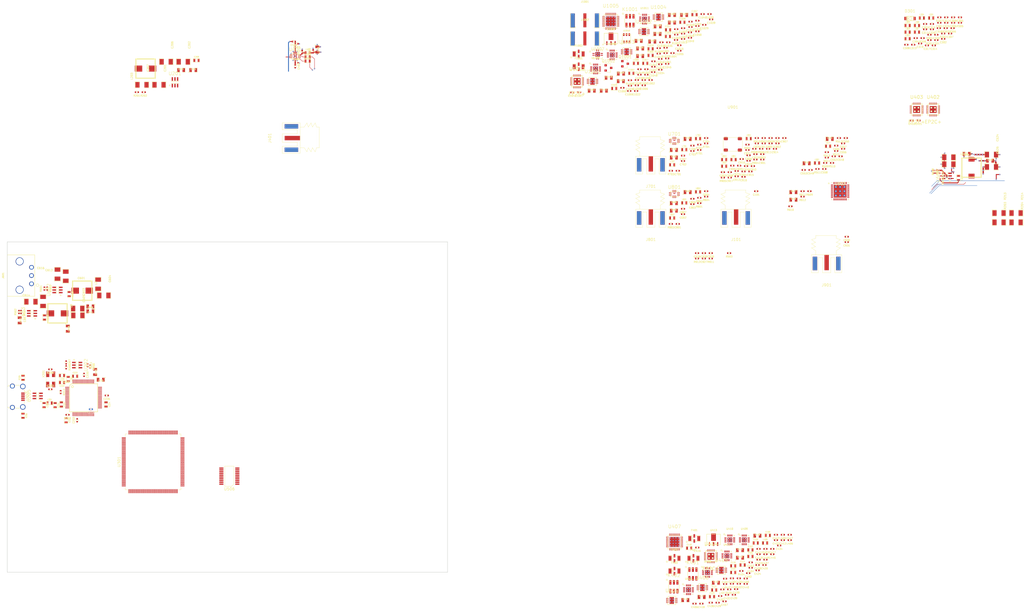
<source format=kicad_pcb>
(kicad_pcb (version 20221018) (generator pcbnew)
  (layers (0 "F.Cu" signal) (1 "In1.Cu" signal "InTop.Cu") (2 "In2.Cu" signal "InBot.Cu") (31 "B.Cu" signal) (34 "B.Paste" user) (35 "F.Paste" user) (36 "B.SilkS" user "B.Silkscreen") (37 "F.SilkS" user "F.Silkscreen") (38 "B.Mask" user) (39 "F.Mask" user) (44 "Edge.Cuts" user))
  (net 0 "")
  (net 1 "Net-(C926-Pad1)")
  (net 2 "GND")
  (net 3 "+1V2")
  (net 4 "Net-(C101-Pad2)")
  (net 5 "/PLL/LO_0")
  (net 6 "+6V")
  (net 7 "Net-(C419-Pad1)")
  (net 8 "Net-(C221-Pad1)")
  (net 9 "Net-(C222-Pad1)")
  (net 10 "Net-(C226-Pad1)")
  (net 11 "Net-(C227-Pad1)")
  (net 12 "Net-(C231-Pad1)")
  (net 13 "Net-(C232-Pad1)")
  (net 14 "Net-(C419-Pad2)")
  (net 15 "Net-(C421-Pad1)")
  (net 16 "Net-(C646-Pad1)")
  (net 17 "Net-(C302-Pad1)")
  (net 18 "Net-(C305-Pad1)")
  (net 19 "Net-(C308-Pad1)")
  (net 20 "Net-(C311-Pad1)")
  (net 21 "+3.3VA")
  (net 22 "Net-(C647-Pad1)")
  (net 23 "+12V")
  (net 24 "/PLL/Vvco")
  (net 25 "/PLL/pll_3v3")
  (net 26 "/PLL/pll_vrf")
  (net 27 "/PLL/Vtune")
  (net 28 "Net-(R601-Pad1)")
  (net 29 "Net-(C422-Pad1)")
  (net 30 "Net-(C314-Pad1)")
  (net 31 "Net-(R607-Pad1)")
  (net 32 "Net-(C618-Pad2)")
  (net 33 "Net-(C619-Pad2)")
  (net 34 "+5V")
  (net 35 "Net-(C637-Pad2)")
  (net 36 "Net-(C317-Pad1)")
  (net 37 "Net-(C320-Pad1)")
  (net 38 "Net-(C410-Pad1)")
  (net 39 "Net-(C411-Pad1)")
  (net 40 "Net-(C548-Pad1)")
  (net 41 "Net-(C548-Pad2)")
  (net 42 "Net-(C549-Pad1)")
  (net 43 "Net-(C549-Pad2)")
  (net 45 "Net-(C550-Pad1)")
  (net 47 "Net-(C550-Pad2)")
  (net 48 "Net-(C552-Pad1)")
  (net 50 "Net-(J202-Pad6)")
  (net 51 "Net-(L402-Pad1)")
  (net 52 "/Mixer DUT/EN")
  (net 53 "Net-(L403-Pad1)")
  (net 54 "Net-(C423-Pad1)")
  (net 55 "Net-(L802-Pad1)")
  (net 56 "Net-(C555-Pad1)")
  (net 57 "Net-(L803-Pad1)")
  (net 58 "Net-(C424-Pad1)")
  (net 59 "Net-(R207-Pad1)")
  (net 60 "Net-(R208-Pad1)")
  (net 61 "Net-(R209-Pad1)")
  (net 62 "Net-(R211-Pad1)")
  (net 63 "Net-(C429-Pad2)")
  (net 64 "Net-(C438-Pad1)")
  (net 65 "/Mixer DUT/X2")
  (net 66 "Net-(C557-Pad2)")
  (net 67 "Net-(R602-Pad1)")
  (net 69 "Net-(C558-Pad2)")
  (net 72 "/ADC/A2_P")
  (net 73 "/ADC/A2_N")
  (net 74 "/FPGA/fd0")
  (net 75 "/FPGA/fd1")
  (net 76 "/FPGA/fd2")
  (net 77 "/FPGA/fd3")
  (net 78 "/FPGA/fd4")
  (net 79 "/FPGA/fd5")
  (net 80 "/FPGA/fd6")
  (net 81 "/FPGA/fd7")
  (net 82 "/FPGA/F_RXF")
  (net 83 "/FPGA/F_TXE")
  (net 84 "/FPGA/F_RD")
  (net 85 "/FPGA/F_WR")
  (net 86 "/FPGA/F_SIWU")
  (net 87 "/FPGA/F_CLKOUT")
  (net 88 "/FPGA/F_OE")
  (net 89 "/FPGA/SPI_MISO")
  (net 90 "/FPGA/SPI_MOSI")
  (net 91 "/FPGA/SPI_CLK")
  (net 92 "/FPGA/~{SPI_CS}")
  (net 93 "/FPGA/~{ICE40_RST}")
  (net 94 "/FPGA/ICE40_DONE")
  (net 99 "Net-(C440-Pad1)")
  (net 100 "/PLL/LO_L_2")
  (net 101 "/PLL/LO_L_1")
  (net 102 "/PLL/LO_H_2")
  (net 103 "/PLL/LO_H_1")
  (net 104 "/PLL/LO_3")
  (net 105 "/ADC_CLK")
  (net 106 "/FPGA_CLK")
  (net 107 "/FPGA/LO_DATA")
  (net 108 "/FPGA/LO_CLK")
  (net 109 "/FPGA/LO_LE")
  (net 110 "/FPGA/LO_LOCK")
  (net 111 "/Mixer DUT1/dut_lo")
  (net 112 "/PLL/LO_1")
  (net 113 "Net-(R212-Pad1)")
  (net 117 "/Mixer DUT1/dut_rf_0")
  (net 118 "/Mixer DUT1/dut_rf")
  (net 119 "/Mixer DUT1/mx_d_3v3")
  (net 120 "Net-(C708-Pad1)")
  (net 125 "/PLL DUT/pll_3v3")
  (net 126 "/PLL DUT/Vvco")
  (net 134 "/Mixer DUT/dut_lo")
  (net 135 "/Mixer DUT/dut_rf")
  (net 136 "/Mixer DUT/dut_rf_0")
  (net 137 "/ADC/A1_P")
  (net 138 "Net-(C709-Pad1)")
  (net 139 "/ADC/A1_N")
  (net 140 "/Mixer DUT2/dut_lo")
  (net 141 "/Mixer DUT2/dut_rf_0")
  (net 142 "/Mixer DUT2/dut_rf")
  (net 143 "/Mixer DUT2/mx_d_3v3")
  (net 144 "Net-(C808-Pad1)")
  (net 145 "/ADC/A0_P")
  (net 146 "/Mixer DUT/mx_d_3v3")
  (net 147 "Net-(C809-Pad1)")
  (net 148 "/ADC/A0_N")
  (net 149 "/Clocking/FILT_3V3")
  (net 150 "Net-(C909-Pad1)")
  (net 151 "Net-(C914-Pad1)")
  (net 152 "Net-(C918-Pad1)")
  (net 153 "Net-(C921-Pad2)")
  (net 154 "Net-(C923-Pad1)")
  (net 155 "Net-(C925-Pad1)")
  (net 156 "/FPGA/D_N")
  (net 157 "/FPGA/D_P")
  (net 158 "/PSU/3V3_SW")
  (net 159 "/PSU/1V2_SW")
  (net 160 "/PSU/5V_SW")
  (net 161 "/PLL/LO_2_1")
  (net 162 "/PLL/LO_1_1")
  (net 163 "/PLL/p_b_0_N")
  (net 164 "/PLL/p_b_1_N")
  (net 165 "/PLL/p_b_1_P")
  (net 166 "/PLL/p_b_0_P")
  (net 167 "/PLL/p_a_0_N")
  (net 168 "/PLL/p_a_1_N")
  (net 169 "/PLL/p_a_1_P")
  (net 170 "/PLL/p_a_0_P")
  (net 171 "/PLL/XO_P")
  (net 172 "/PLL/XO_N")
  (net 173 "/PLL/LO_LH_1")
  (net 174 "/PLL/LO_LH_0")
  (net 175 "/PLL/LO_HH_1")
  (net 176 "/PLL/LO_HH_0")
  (net 177 "/PLL/LO_LL_1")
  (net 178 "/PLL/LO_LL_0")
  (net 180 "Net-(C925-Pad2)")
  (net 182 "Net-(D301-PadK)")
  (net 246 "Net-(C410-Pad2)")
  (net 247 "Net-(C411-Pad2)")
  (net 248 "Net-(L702-Pad1)")
  (net 249 "/PLL/LO_2")
  (net 250 "/Mixer DUT1/EN")
  (net 251 "Net-(L703-Pad1)")
  (net 252 "/Mixer DUT1/X2")
  (net 253 "/Mixer DUT2/EN")
  (net 254 "/Mixer DUT2/X2")
  (net 255 "Net-(J301-Pad7)")
  (net 256 "Net-(J301-Pad6)")
  (net 257 "Net-(J301-Pad5)")
  (net 258 "Net-(J301-Pad4)")
  (net 259 "Net-(J301-Pad3)")
  (net 260 "Net-(J301-Pad2)")
  (net 261 "Net-(R609-Pad1)")
  (net 262 "Net-(R701-Pad1)")
  (net 263 "Net-(R801-Pad1)")
  (net 264 "Net-(R901-Pad1)")
  (net 265 "/Clocking/SCLK")
  (net 266 "/Clocking/SDATA")
  (net 267 "Net-(R907-Pad1)")
  (net 268 "Net-(R908-Pad1)")
  (net 269 "Net-(R909-Pad1)")
  (net 270 "Net-(R910-Pad1)")
  (net 273 "/ADC/~{SYNC{slash}RST}")
  (net 274 "/ADC/~{CS}")
  (net 275 "/ADC/~{DRDY}")
  (net 276 "/ADC/SCLK")
  (net 277 "/ADC/DOUT")
  (net 278 "/ADC/DIN")
  (net 279 "Net-(C927-Pad1)")
  (net 280 "Net-(C928-Pad1)")
  (net 281 "Net-(C929-Pad1)")
  (net 299 "/PLL DUT/Vtune")
  (net 300 "Net-(C1007-Pad1)")
  (net 301 "Net-(C1007-Pad2)")
  (net 302 "/PLL/LO_HL_1")
  (net 303 "/PLL/LO_HL_0")
  (net 304 "Net-(C1015-Pad1)")
  (net 305 "/PLL DUT/pll_vrf")
  (net 306 "Net-(C1017-Pad1)")
  (net 307 "Net-(C1018-Pad1)")
  (net 308 "Net-(C1019-Pad1)")
  (net 309 "Net-(C1020-Pad1)")
  (net 310 "Net-(C1021-Pad2)")
  (net 311 "VAMP")
  (net 312 "/PLL DUT/p_a_0_N")
  (net 313 "/PLL DUT/p_a_1_N")
  (net 314 "/PLL DUT/p_a_1_P")
  (net 315 "/PLL DUT/p_a_0_P")
  (net 316 "Net-(C1032-Pad1)")
  (net 317 "Net-(C1034-Pad1)")
  (net 318 "/PLL DUT/D_LB_5")
  (net 319 "/PLL DUT/D_LB_4")
  (net 320 "/PLL DUT/D_HB_4")
  (net 321 "/PLL DUT/D_HB_3")
  (net 322 "/PLL DUT/D_HB_2")
  (net 323 "Net-(C1041-Pad1)")
  (net 324 "Net-(C1042-Pad1)")
  (net 325 "/PLL DUT/VG_AMP")
  (net 326 "/PLL DUT/D_LB_3")
  (net 327 "/PLL DUT/D_LB_2")
  (net 328 "/PLL DUT/Vamp")
  (net 329 "/PLL DUT/-5V")
  (net 330 "Net-(C1053-Pad1)")
  (net 331 "Net-(C1053-Pad2)")
  (net 332 "/PLL DUT/D_LB_1")
  (net 333 "/PLL DUT/D_LB_0")
  (net 334 "/PLL DUT/D_HB_1")
  (net 335 "/PLL DUT/D_HB_0")
  (net 336 "/PLL DUT/D_1")
  (net 337 "/PLL DUT/D_0")
  (net 338 "/PLL DUT/D1_1")
  (net 339 "/PLL DUT/D1_0")
  (net 340 "/PLL DUT/D2_1")
  (net 341 "/PLL DUT/D2_0")
  (net 342 "/PLL DUT/D_LB_H_1")
  (net 343 "/PLL DUT/D_LB_H_0")
  (net 344 "/PLL DUT/D_LB_L_1")
  (net 345 "/PLL DUT/D_LB_L_0")
  (net 348 "Net-(L1006-Pad1)")
  (net 349 "Net-(Q1001-Pad3)")
  (net 350 "Net-(R1005-Pad2)")
  (net 355 "Net-(L408-Pad1)")
  (net 356 "Net-(R404-Pad2)")
  (net 357 "/PLL/LO_L_0")
  (net 358 "/PLL/LO_H_0")
  (net 359 "/PSU/6V_SW")
  (net 360 "Net-(C208-Pad2)")
  (net 361 "Net-(R201-Pad1)")
  (net 362 "/PSU/6V")
  (net 363 "Net-(C930-Pad1)")
  (net 364 "Net-(U902-Pad7)")
  (net 365 "Net-(U902-Pad8)")
  (net 366 "Net-(C202-Pad1)")
  (net 367 "Net-(C604-Pad1)")
  (net 368 "Net-(C605-Pad1)")
  (net 369 "Net-(C626-Pad1)")
  (net 370 "/SIGGEN_CLK_P")
  (net 371 "/SIGGEN_CLK_N")
  (net 372 "/OUTPUT_PA_ON")
  (net 373 "/ANALOG_EN")
  (net 374 "/LO_LB1")
  (net 375 "/LO_HB1")
  (net 376 "/LO_LB2")
  (net 377 "/LO_HB2")
  (net 378 "/LO_BANDSEL")
  (net 379 "/SIGGEN_LB2")
  (net 380 "/SIGGEN_LB1")
  (net 381 "/SIGGEN_BANDSEL")
  (net 382 "/FPGA/SIGGEN_DATA")
  (net 383 "/FPGA/SIGGEN_CLK")
  (net 384 "/FPGA/SIGGEN_LE")
  (net 385 "/FPGA/SIGGEN_LOCK")
  (footprint "SM0603" (layer "F.Cu") (at 56.899999 159.799999 -90)
    (fp_text reference "C221")
    (fp_text value "100n" hide)
  )
  (footprint "SM0402" (layer "F.Cu") (at 52.9 154.3 180)
    (fp_text reference "C222")
    (fp_text value "10p" hide)
  )
  (footprint "SM0603" (layer "F.Cu") (at 61.9 149.55)
    (fp_text reference "C223")
    (fp_text value "100n" hide)
  )
  (footprint "SM0603" (layer "F.Cu") (at 73.150002 159.799999 -90)
    (fp_text reference "C224")
    (fp_text value "100n" hide)
  )
  (footprint "SM0805" (layer "F.Cu") (at 71.1975 150.8 180)
    (fp_text reference "C225")
    (fp_text value "4.7u" hide)
  )
  (footprint "SM0402" (layer "F.Cu") (at 52.9 147.05)
    (fp_text reference "C226")
    (fp_text value "10p" hide)
  )
  (footprint "SM0603" (layer "F.Cu") (at 58.65 165.55 -90)
    (fp_text reference "C227")
    (fp_text value "1uF" hide)
  )
  (footprint "SM0603" (layer "F.Cu") (at 57.137999 149.299998 180)
    (fp_text reference "C228")
    (fp_text value "CAP_0603" hide)
  )
  (footprint "SM0805" (layer "F.Cu") (at 69.15 148.0025 -90)
    (fp_text reference "C229")
    (fp_text value "4.7u" hide)
  )
  (footprint "SM0603" (layer "F.Cu") (at 50.65 160.05 -90)
    (fp_text reference "C230")
    (fp_text value "CAP_0603" hide)
  )
  (footprint "SM0603" (layer "F.Cu") (at 54.650002 160.050003 -90)
    (fp_text reference "C231")
    (fp_text value "CAP_0603" hide)
  )
  (footprint "SM0603" (layer "F.Cu") (at 57.149995 151.800001 180)
    (fp_text reference "C232")
    (fp_text value "CAP_0603" hide)
  )
  (footprint "SM0402" (layer "F.Cu") (at 141.4 27.924013)
    (fp_text reference "C401")
    (fp_text value "CAP_0402" hide)
  )
  (footprint "SM0402" (layer "F.Cu") (at 142.4 28.724013)
    (fp_text reference "C402")
    (fp_text value "CAP_0402" hide)
  )
  (footprint "SM0402" (layer "F.Cu") (at 141.9 36.924013 90)
    (fp_text reference "C403")
    (fp_text value "CAP_0402" hide)
  )
  (footprint "SM0402" (layer "F.Cu") (at 142.4 35.674013 180)
    (fp_text reference "C404")
    (fp_text value "CAP_0402" hide)
  )
  (footprint "SM0805" (layer "F.Cu") (at 149.9 30.821513 -90)
    (fp_text reference "C405")
    (fp_text value "CAP_0805" hide)
  )
  (footprint "SM0402" (layer "F.Cu") (at 148.4 31.524013 -90)
    (fp_text reference "C406")
    (fp_text value "CAP_0402" hide)
  )
  (footprint "SM0402" (layer "F.Cu") (at 144.4 31.774013 -90)
    (fp_text reference "C407")
    (fp_text value "CAP_0402" hide)
  )
  (footprint "SM1206" (layer "F.Cu") (at 70.25 116.101 90)
    (fp_text reference "C601")
    (fp_text value "10uF" hide)
  )
  (footprint "SM1206" (layer "F.Cu") (at 62.849 124.95)
    (fp_text reference "C603")
    (fp_text value "10uF" hide)
  )
  (footprint "SM1206" (layer "F.Cu") (at 72.349 120.2)
    (fp_text reference "C604")
    (fp_text value "10uF" hide)
  )
  (footprint "SM1206" (layer "F.Cu") (at 62.901 127.45)
    (fp_text reference "C605")
    (fp_text value "10uF" hide)
  )
  (footprint "SM0805" (layer "F.Cu") (at 67.4525 124.2 180)
    (fp_text reference "C608")
    (fp_text value "100nF" hide)
  )
  (footprint "SM0805" (layer "F.Cu") (at 59.25 132.2475 -90)
    (fp_text reference "C609")
    (fp_text value "100nF" hide)
  )
  (footprint "SM0805" (layer "F.Cu") (at 67.4525 125.95 180)
    (fp_text reference "C611")
    (fp_text value "1uF" hide)
  )
  (footprint "SM0805" (layer "F.Cu") (at 41.75 129.2475 -90)
    (fp_text reference "C612")
    (fp_text value "1uF" hide)
  )
  (footprint "SM1206" (layer "F.Cu") (at 58.5 113.2 90)
    (fp_text reference "C613")
    (fp_text value "10uF" hide)
  )
  (footprint "SM1206" (layer "F.Cu") (at 50.25 122.351 90)
    (fp_text reference "C614")
    (fp_text value "10uF" hide)
  )
  (footprint "SM1206" (layer "F.Cu") (at 55.5 112.45 90)
    (fp_text reference "C616")
    (fp_text value "10uF" hide)
  )
  (footprint "SM1206" (layer "F.Cu") (at 45.849 122.45 180)
    (fp_text reference "C617")
    (fp_text value "10uF" hide)
  )
  (footprint "SM0603" (layer "F.Cu") (at 59.75 119.7 -90)
    (fp_text reference "C618")
    (fp_text value "100nF" hide)
  )
  (footprint "SM0603" (layer "F.Cu") (at 50.75 128.2 -90)
    (fp_text reference "C619")
    (fp_text value "100nF" hide)
  )
  (footprint "SM1206" (layer "F.Cu") (at 394.9 69)
    (fp_text reference "C624")
    (fp_text value "10uF" hide)
  )
  (footprint "SM1206" (layer "F.Cu") (at 394.9 73.5)
    (fp_text reference "C626")
    (fp_text value "10uF" hide)
  )
  (footprint "SM0805" (layer "F.Cu") (at 385.8525 68.75 180)
    (fp_text reference "C628")
    (fp_text value "100nF" hide)
  )
  (footprint "SM0805" (layer "F.Cu") (at 394.4 71.25)
    (fp_text reference "C630")
    (fp_text value "1uF" hide)
  )
  (footprint "SM1206" (layer "F.Cu") (at 379.4 70 180)
    (fp_text reference "C631")
    (fp_text value "10uF" hide)
  )
  (footprint "SM1206" (layer "F.Cu") (at 379.4 72.5 180)
    (fp_text reference "C633")
    (fp_text value "10uF" hide)
  )
  (footprint "SM0603" (layer "F.Cu") (at 382.9 77.5 -90)
    (fp_text reference "C637")
    (fp_text value "100nF" hide)
  )
  (footprint "Connector_USB:USB_Micro-B_Wuerth_629105150521_CircularHoles" (layer "F.Cu") (at 41.055 156.995 -90)
    (fp_text reference "J202")
    (fp_text value "USB_OTG")
  )
  (footprint "Connectors_RF:SMA_AMP_132255-12" (layer "F.Cu") (at 143.65 63 -90)
    (fp_text reference "J401")
    (fp_text value "SMA_PCB")
  )
  (footprint "SM0603" (layer "F.Cu") (at 52.65 159.3)
    (fp_text reference "L201")
    (fp_text value "IND_0603" hide)
  )
  (footprint "SM0603" (layer "F.Cu") (at 59.400001 150.549998 -90)
    (fp_text reference "L202")
    (fp_text value "IND_0603" hide)
  )
  (footprint "SM0603" (layer "F.Cu") (at 146.4 32.024013)
    (fp_text reference "L401")
    (fp_text value "IND_0603" hide)
  )
  (footprint "SM0603" (layer "F.Cu") (at 146.388 35.024013)
    (fp_text reference "L402")
    (fp_text value "IND_0603" hide)
  )
  (footprint "SM0603" (layer "F.Cu") (at 146.388 33.524013)
    (fp_text reference "L403")
    (fp_text value "IND_0603" hide)
  )
  (footprint "SM0603" (layer "F.Cu") (at 42.95 150.1 90)
    (fp_text reference "R205")
    (fp_text value "NP" hide)
  )
  (footprint "SM0603" (layer "F.Cu") (at 42.95 163.9 -90)
    (fp_text reference "R206")
    (fp_text value "NP" hide)
  )
  (footprint "SM0402" (layer "F.Cu") (at 58.649998 144.550001 90)
    (fp_text reference "R207")
    (fp_text value "10k" hide)
  )
  (footprint "SM0402" (layer "F.Cu") (at 67.399999 146.049998 90)
    (fp_text reference "R208")
    (fp_text value "10k" hide)
  )
  (footprint "SM0402" (layer "F.Cu") (at 58.65 146.3 90)
    (fp_text reference "R209")
    (fp_text value "2.2k" hide)
  )
  (footprint "SM0402" (layer "F.Cu") (at 66.4 145.550001 90)
    (fp_text reference "R211")
    (fp_text value "10k" hide)
  )
  (footprint "SM0402" (layer "F.Cu") (at 50.75 117.7 -90)
    (fp_text reference "R601")
    (fp_text value "10k" hide)
  )
  (footprint "SM0402" (layer "F.Cu") (at 41.5 126.2 -90)
    (fp_text reference "R602")
    (fp_text value "10k" hide)
  )
  (footprint "SM0402" (layer "F.Cu") (at 51.75 117.7 90)
    (fp_text reference "R603")
    (fp_text value "31.6k" hide)
  )
  (footprint "SM0402" (layer "F.Cu") (at 42.25 126.2 90)
    (fp_text reference "R604")
    (fp_text value "4.99k" hide)
  )
  (footprint "SM0402" (layer "F.Cu") (at 373.9 75.25 90)
    (fp_text reference "R607")
    (fp_text value "10k" hide)
  )
  (footprint "SM0402" (layer "F.Cu") (at 374.9 75.25 -90)
    (fp_text reference "R608")
    (fp_text value "52.3k" hide)
  )
  (footprint "SOT:SOT-236-095mm" (layer "F.Cu") (at 62.65 145.5 -90)
    (fp_text reference "U202")
    (fp_text value "93LC46B")
  )
  (footprint "QFP:LQFP_64" (layer "F.Cu") (at 64.9 157.3 -90)
    (fp_text reference "U203")
    (fp_text value "FT2232H" hide)
  )
  (footprint "QFN:QFN12_2x3mm_UDB_LT" (layer "F.Cu") (at 141.9 33.274013)
    (fp_text reference "U401")
    (fp_text value "LTC5548")
  )
  (footprint "SOT:SOT-236-095mm" (layer "F.Cu") (at 55.5 118.2 90)
    (fp_text reference "U602")
    (fp_text value "TPS563208_SOT236")
  )
  (footprint "SOT:SOT-236-095mm" (layer "F.Cu") (at 46.25 126.7 90)
    (fp_text reference "U603")
    (fp_text value "TPS563208_SOT236")
  )
  (footprint "SOT:SOT-236-095mm" (layer "F.Cu") (at 378.65 76.75 90)
    (fp_text reference "U606")
    (fp_text value "TPS563208_SOT236")
  )
  (footprint "Xtal_SMD:XTAL_5.0x3.2mm" (layer "F.Cu") (at 53.000002 150.700001 90)
    (fp_text reference "X201")
    (fp_text value "TXC_50X32_AB" hide)
  )
  (footprint "General_SMD:IND_7x7x4.5" (layer "F.Cu") (at 387.65 73.75 -90)
    (fp_text reference "L603")
    (fp_text value "2.2uH" hide)
  )
  (footprint "General_SMD:IND_7x7x4.5" (layer "F.Cu") (at 64.5 118.45 180)
    (fp_text reference "L2")
    (fp_text value "2.2uH" hide)
  )
  (footprint "General_SMD:IND_7x7x4.5" (layer "F.Cu") (at 55.5 126.7 180)
    (fp_text reference "L3")
    (fp_text value "2.2uH" hide)
  )
  (footprint "Connectors_Molex:MICROFIT_3POS_FEM_43650-0303" (layer "F.Cu") (at 41.7385 112.962 -90)
    (fp_text reference "J601")
    (fp_text value "Conn_01x03" hide)
  )
  (footprint "SOT:SOT-236-095mm" (layer "F.Cu") (at 48.3 156.7 90)
    (fp_text reference "U205")
    (fp_text value "TPD4E1U06-SC70")
  )
  (footprint "General_SMD:SM0402" (layer "F.Cu") (at 59.150002 163.550001)
    (fp_text reference "R210")
    (fp_text value "1k" hide)
  )
  (footprint "General_SMD:SM0402" (layer "F.Cu") (at 56.650002 155.299998 90)
    (fp_text reference "R212")
    (fp_text value "12k" hide)
  )
  (footprint "SM0402" (layer "F.Cu") (at 62.649999 165.549999 -90)
    (fp_text reference "C233")
    (fp_text value "100n" hide)
  )
  (footprint "SM0402" (layer "F.Cu") (at 73.4 156.55)
    (fp_text reference "C235")
    (fp_text value "100n" hide)
  )
  (footprint "SM0402" (layer "F.Cu") (at 65.150001 149.049997 90)
    (fp_text reference "C236")
    (fp_text value "100n" hide)
  )
  (footprint "General_SMD:SM0603" (layer "F.Cu") (at 367.8215 22.1185)
    (fp_text reference "L306")
    (fp_text value "BLM18" hide)
  )
  (footprint "General_SMD:SM0402" (layer "F.Cu") (at 273.9725 30.3375)
    (fp_text reference "R1009")
    (fp_text value "10k" hide)
  )
  (footprint "General_SMD:SM0402" (layer "F.Cu") (at 326.25 82.31)
    (fp_text reference "R611")
    (fp_text value "DNI" hide)
  )
  (footprint "General_SMD:SM0402" (layer "F.Cu") (at 383.455 21.095)
    (fp_text reference "R305")
    (fp_text value "0" hide)
  )
  (footprint "SSOP:TSSOP20_5.8W" (layer "F.Cu") (at 117.95 185.85 90)
    (fp_text reference "U506")
    (fp_text value "ADS131M03_TSSOP")
  )
  (footprint "General_SMD:SM0402" (layer "F.Cu") (at 281.4725 29.2875)
    (fp_text reference "C1016")
    (fp_text value "10pF" hide)
  )
  (footprint "General_SMD:SM0402" (layer "F.Cu") (at 309.12 70.79)
    (fp_text reference "R904")
    (fp_text value "1k" hide)
  )
  (footprint "General_SMD:SM1206" (layer "F.Cu") (at 397.65 93.65)
    (fp_text reference "R203")
    (fp_text value "RES_1206" hide)
  )
  (footprint "General_SMD:SM0402" (layer "F.Cu") (at 278.41 94.2)
    (fp_text reference "R803")
    (fp_text value "DNI" hide)
  )
  (footprint "General_SMD:SM0603" (layer "F.Cu") (at 269.099 35.831)
    (fp_text reference "C1017")
    (fp_text value "1nF" hide)
  )
  (footprint "General_SMD:SM0402" (layer "F.Cu") (at 375.775 23.045)
    (fp_text reference "C318")
    (fp_text value "100pF" hide)
  )
  (footprint "General_SMD:SM0402" (layer "F.Cu") (at 340.98 64.94)
    (fp_text reference "C557")
    (fp_text value "100nF" hide)
  )
  (footprint "MiniCircuits:FV1206" (layer "F.Cu") (at 279.705 215.7)
    (fp_text reference "F402")
    (fp_text value "LFCN-7200+")
  )
  (footprint "General_SMD:SM0603" (layer "F.Cu") (at 331.5065 72.0635)
    (fp_text reference "L501")
    (fp_text value "BLM18" hide)
  )
  (footprint "General_SMD:SM0603" (layer "F.Cu") (at 283.2665 86.5335)
    (fp_text reference "L801")
    (fp_text value "IND_0603" hide)
  )
  (footprint "General_SMD:SM0402" (layer "F.Cu") (at 309.63 62.99)
    (fp_text reference "R910")
    (fp_text value "50" hide)
  )
  (footprint "General_SMD:SM0603" (layer "F.Cu") (at 304.4565 218.1435)
    (fp_text reference "C444")
    (fp_text value "47nF" hide)
  )
  (footprint "General_SMD:SM0402" (layer "F.Cu") (at 277.0525 36.0175)
    (fp_text reference "C1045")
    (fp_text value "18pF" hide)
  )
  (footprint "General_SMD:SM0402" (layer "F.Cu") (at 299.55 104.81)
    (fp_text reference "R503")
    (fp_text value "50" hide)
  )
  (footprint "General_SMD:SM0805" (layer "F.Cu") (at 284.48753 82.64653)
    (fp_text reference "C809")
    (fp_text value "100uF" hide)
  )
  (footprint "QFN:DFN8_3x3mm" (layer "F.Cu") (at 289.84 226.38)
    (fp_text reference "U406")
    (fp_text value "ADM7170ACPZ-3.3")
  )
  (footprint "General_SMD:SM0805" (layer "F.Cu") (at 278.80003 21.02403)
    (fp_text reference "C1023")
    (fp_text value "10uF" hide)
  )
  (footprint "General_SMD:SM0402" (layer "F.Cu") (at 304.8 77.08)
    (fp_text reference "C910")
    (fp_text value "100pF" hide)
  )
  (footprint "General_SMD:SM0402" (layer "F.Cu") (at 365.955 56.595)
    (fp_text reference "C410")
    (fp_text value "CAP_0402" hide)
  )
  (footprint "Connectors_RF:SMA_AMP_132255-12" (layer "F.Cu") (at 335 105.425)
    (fp_text reference "J901")
    (fp_text value "LO Ref output")
  )
  (footprint "General_SMD:SM0402" (layer "F.Cu") (at 242.5625 46.3775)
    (fp_text reference "C1042")
    (fp_text value "1nF" hide)
  )
  (footprint "General_SMD:SM0402" (layer "F.Cu") (at 378.275 23.045)
    (fp_text reference "R303")
    (fp_text value "0" hide)
  )
  (footprint "General_SMD:SM0402" (layer "F.Cu") (at 282.81 69.38)
    (fp_text reference "C707")
    (fp_text value "CAP_0402" hide)
  )
  (footprint "QFN:QFN-16_EP_3x3_Pitch0.5mm" (layer "F.Cu") (at 257.0875 32.7875)
    (fp_text reference "U1006")
    (fp_text value "PE42553")
  )
  (footprint "Package_QFP:TQFP-144_20x20mm_P0.5mm" (layer "F.Cu") (at 90.25 180.65 90)
    (fp_text reference "U301")
    (fp_text value "ICE40HX1K-TQ144")
  )
  (footprint "General_SMD:SM0603" (layer "F.Cu") (at 307.3065 212.6435)
    (fp_text reference "C452")
    (fp_text value "47nF" hide)
  )
  (footprint "General_SMD:SM0402" (layer "F.Cu") (at 315.26 212.29)
    (fp_text reference "C417")
    (fp_text value "10pF" hide)
  )
  (footprint "General_SMD:SM0402" (layer "F.Cu") (at 299.8 77.35)
    (fp_text reference "C917")
    (fp_text value "100pF" hide)
  )
  (footprint "QFN:QFN12_2x3mm_UDB_LT" (layer "F.Cu") (at 279.66 64.015)
    (fp_text reference "U701")
    (fp_text value "LTC5548")
  )
  (footprint "General_SMD:SM0402" (layer "F.Cu") (at 326.25 84.26)
    (fp_text reference "R612")
    (fp_text value "0" hide)
  )
  (footprint "General_SMD:SM0402" (layer "F.Cu") (at 263.5325 41.9875)
    (fp_text reference "R1002")
    (fp_text value "4.7k" hide)
  )
  (footprint "QFN:QFN24_4x4_0.5mm" (layer "F.Cu") (at 292.93 214.975)
    (fp_text reference "U414")
    (fp_text value "EP2C+")
  )
  (footprint "General_SMD:SM0402" (layer "F.Cu") (at 297.3 77.35)
    (fp_text reference "R905")
    (fp_text value "1k" hide)
  )
  (footprint "General_SMD:SM0402" (layer "F.Cu") (at 282.8325 23.0775)
    (fp_text reference "C1001")
    (fp_text value "100nF" hide)
  )
  (footprint "SOT:SOT-236-095mm" (layer "F.Cu") (at 98.1905 42.7335)
    (fp_text reference "U201")
    (fp_text value "TPS563208_SOT236")
  )
  (footprint "General_SMD:SM0402" (layer "F.Cu") (at 340.07 69.64)
    (fp_text reference "C548")
    (fp_text value "10nF" hide)
  )
  (footprint "General_SMD:SM0805" (layer "F.Cu") (at 266.69003 27.69403)
    (fp_text reference "C1050")
    (fp_text value "1uF" hide)
  )
  (footprint "QFN:QFN24_4x4_0.5mm" (layer "F.Cu") (at 367.705 52.62)
    (fp_text reference "U403")
    (fp_text value "EP2C+")
  )
  (footprint "General_SMD:SM0402" (layer "F.Cu") (at 305.59 225)
    (fp_text reference "C440")
    (fp_text value "100nF" hide)
  )
  (footprint "QFN:QFN-16_EP_3x3_Pitch0.5mm" (layer "F.Cu") (at 268.8275 19.7875)
    (fp_text reference "U1011")
    (fp_text value "PE42520")
  )
  (footprint "General_SMD:SM0402" (layer "F.Cu") (at 311.62 68.84)
    (fp_text reference "R903")
    (fp_text value "1k" hide)
  )
  (footprint "General_SMD:SM0402" (layer "F.Cu") (at 326.65 74.59)
    (fp_text reference "C553")
    (fp_text value "100pF" hide)
  )
  (footprint "General_SMD:SM0603" (layer "F.Cu") (at 294.1465 227.2435)
    (fp_text reference "C421")
    (fp_text value "1nF" hide)
  )
  (footprint "General_SMD:SM0603" (layer "F.Cu") (at 106.003 34.762)
    (fp_text reference "C208")
    (fp_text value "100nF" hide)
  )
  (footprint "QFN:QFN32_5x5mm_3.6mm" (layer "F.Cu") (at 256.5625 20.5625)
    (fp_text reference "U1005")
    (fp_text value "ADF5355")
  )
  (footprint "General_SMD:SM0402" (layer "F.Cu") (at 282.81 90.65)
    (fp_text reference "C802")
    (fp_text value "CAP_0402" hide)
  )
  (footprint "General_SMD:SM0402" (layer "F.Cu") (at 287.99 211.8)
    (fp_text reference "C419")
    (fp_text value "33nF" hide)
  )
  (footprint "General_SMD:SM0402" (layer "F.Cu") (at 369.865 26.675)
    (fp_text reference "R308")
    (fp_text value "0" hide)
  )
  (footprint "General_SMD:SM0402" (layer "F.Cu") (at 380.955 21.095)
    (fp_text reference "C306")
    (fp_text value "100pF" hide)
  )
  (footprint "General_SMD:SM0603" (layer "F.Cu") (at 306.6765 63.2135)
    (fp_text reference "L901")
    (fp_text value "BLM18" hide)
  )
  (footprint "General_SMD:SM0402" (layer "F.Cu") (at 298.09 225.05)
    (fp_text reference "L404")
    (fp_text value "7.5nH" hide)
  )
  (footprint "General_SMD:SM0805" (layer "F.Cu") (at 104.82403 38.28503)
    (fp_text reference "C205")
    (fp_text value "1uF" hide)
  )
  (footprint "General_SMD:SM0603" (layer "F.Cu") (at 288.2665 63.2135)
    (fp_text reference "L703")
    (fp_text value "IND_0603" hide)
  )
  (footprint "General_SMD:SM0603" (layer "F.Cu") (at 297.7565 73.2335)
    (fp_text reference "L902")
    (fp_text value "BLM18" hide)
  )
  (footprint "General_SMD:SM0603" (layer "F.Cu") (at 293.3465 229.6535)
    (fp_text reference "C423")
    (fp_text value "1nF" hide)
  )
  (footprint "General_SMD:SM0402" (layer "F.Cu") (at 266.9925 39.9475)
    (fp_text reference "C1033")
    (fp_text value "10pF" hide)
  )
  (footprint "General_SMD:SM0402" (layer "F.Cu") (at 316.22 66.89)
    (fp_text reference "C914")
    (fp_text value "10nF" hide)
  )
  (footprint "General_SMD:SM0402" (layer "F.Cu") (at 306.62 71.23)
    (fp_text reference "C919")
    (fp_text value "10nF" hide)
  )
  (footprint "General_SMD:SM0402" (layer "F.Cu") (at 307.41 219.15)
    (fp_text reference "C454")
    (fp_text value "22pF" hide)
  )
  (footprint "General_SMD:SM0402" (layer "F.Cu") (at 363.955 29.065)
    (fp_text reference "C308")
    (fp_text value "10nF" hide)
  )
  (footprint "General_SMD:SM0402" (layer "F.Cu") (at 266.0325 41.8975)
    (fp_text reference "C1055")
    (fp_text value "10pF" hide)
  )
  (footprint "General_SMD:SM0805" (layer "F.Cu") (at 255.81003 41.09403)
    (fp_text reference "C1010")
    (fp_text value "10uF" hide)
  )
  (footprint "General_SMD:SM0603" (layer "F.Cu") (at 364.4115 24.5085)
    (fp_text reference "L303")
    (fp_text value "BLM18" hide)
  )
  (footprint "General_SMD:SM0402" (layer "F.Cu") (at 282.81 88.7)
    (fp_text reference "C807")
    (fp_text value "CAP_0402" hide)
  )
  (footprint "General_SMD:SM0402" (layer "F.Cu") (at 335.07 68.13)
    (fp_text reference "R513")
    (fp_text value "1k" hide)
  )
  (footprint "General_SMD:SM0402" (layer "F.Cu") (at 266.0325 43.8475)
    (fp_text reference "C1059")
    (fp_text value "10pF" hide)
  )
  (footprint "General_SMD:SM0402" (layer "F.Cu") (at 288.0325 24.2275)
    (fp_text reference "C1058")
    (fp_text value "22p" hide)
  )
  (footprint "General_SMD:SM0603" (layer "F.Cu") (at 282.579 20.911)
    (fp_text reference "C1038")
    (fp_text value "47nF" hide)
  )
  (footprint "General_SMD:SM0402" (layer "F.Cu") (at 288.0325 22.2775)
    (fp_text reference "C1032")
    (fp_text value "100nF" hide)
  )
  (footprint "General_SMD:SM0805" (layer "F.Cu") (at 254.04003 45.78403)
    (fp_text reference "C1011")
    (fp_text value "10uF" hide)
  )
  (footprint "General_SMD:SM0603" (layer "F.Cu") (at 367.8215 24.5085)
    (fp_text reference "L307")
    (fp_text value "BLM18" hide)
  )
  (footprint "MiniCircuits:FV1206" (layer "F.Cu") (at 244.8875 37.0775)
    (fp_text reference "F1001")
    (fp_text value "LFCN-7200+")
  )
  (footprint "General_SMD:SM0402" (layer "F.Cu") (at 288.72 84.7)
    (fp_text reference "R802")
    (fp_text value "25" hide)
  )
  (footprint "SOT:SOT-23" (layer "F.Cu") (at 261.7575 35.9875)
    (fp_text reference "Q1001")
    (fp_text value "BSS84")
  )
  (footprint "General_SMD:SM1206" (layer "F.Cu") (at 403.85 93.65)
    (fp_text reference "R204")
    (fp_text value "RES_1206" hide)
  )
  (footprint "General_SMD:SM0402" (layer "F.Cu") (at 379.865 24.995)
    (fp_text reference "C307")
    (fp_text value "10nF" hide)
  )
  (footprint "General_SMD:SM0603" (layer "F.Cu") (at 307.3065 215.0335)
    (fp_text reference "R405")
    (fp_text value "49" hide)
  )
  (footprint "General_SMD:SM0402" (layer "F.Cu") (at 319.08 209.1)
    (fp_text reference "C412")
    (fp_text value "100nF" hide)
  )
  (footprint "General_SMD:SM0402" (layer "F.Cu") (at 281.4725 31.2375)
    (fp_text reference "C1005")
    (fp_text value "10pF" hide)
  )
  (footprint "General_SMD:SM0402" (layer "F.Cu") (at 286.98 232.18)
    (fp_text reference "C456")
    (fp_text value "22pF" hide)
  )
  (footprint "General_SMD:SM0402" (layer "F.Cu") (at 312.13 64.94)
    (fp_text reference "C913")
    (fp_text value "100pF" hide)
  )
  (footprint "Connectors_RF:CINCH_142-0701-881" (layer "F.Cu") (at 247.1375 17.7125)
    (fp_text reference "J1001")
    (fp_text value "DUT_OUT_1")
  )
  (footprint "General_SMD:SM0402" (layer "F.Cu") (at 337.57 69.64)
    (fp_text reference "C552")
    (fp_text value "10nF" hide)
  )
  (footprint "General_SMD:SM0402" (layer "F.Cu") (at 312.76 212.29)
    (fp_text reference "R403")
    (fp_text value "1k" hide)
  )
  (footprint "General_SMD:SM0402" (layer "F.Cu") (at 288.72 67.33)
    (fp_text reference "R701")
    (fp_text value "25" hide)
  )
  (footprint "General_SMD:SM0402" (layer "F.Cu") (at 285.5325 20.6875)
    (fp_text reference "R1005")
    (fp_text value "4.7k" hide)
  )
  (footprint "MiniCircuits:DB1627" (layer "F.Cu") (at 279.499 226.044)
    (fp_text reference "K402")
    (fp_text value "TCM1-83X-1+")
  )
  (footprint "General_SMD:SM0402" (layer "F.Cu") (at 266.9925 37.9975)
    (fp_text reference "C1044")
    (fp_text value "5.6pF" hide)
  )
  (footprint "General_SMD:SM0805" (layer "F.Cu") (at 289.56753 229.76653)
    (fp_text reference "C427")
    (fp_text value "10uF" hide)
  )
  (footprint "General_SMD:SM0805" (layer "F.Cu") (at 284.48753 63.32653)
    (fp_text reference "C709")
    (fp_text value "100uF" hide)
  )
  (footprint "General_SMD:SM0603" (layer "F.Cu") (at 301.1665 70.8435)
    (fp_text reference "L904")
    (fp_text value "BLM18" hide)
  )
  (footprint "General_SMD:SM0402" (layer "F.Cu") (at 297.3 75.4)
    (fp_text reference "C903")
    (fp_text value "100pF" hide)
  )
  (footprint "General_SMD:SM0402" (layer "F.Cu") (at 280.91 74.88)
    (fp_text reference "C701")
    (fp_text value "CAP_0402" hide)
  )
  (footprint "General_SMD:SM0603" (layer "F.Cu") (at 335.5265 65.9635)
    (fp_text reference "L514")
    (fp_text value "BLM18" hide)
  )
  (footprint "QFN:QFN-16_EP_3x3_Pitch0.5mm" (layer "F.Cu") (at 251.0375 37.8775)
    (fp_text reference "U1008")
    (fp_text value "PE42553")
  )
  (footprint "General_SMD:SM0603" (layer "F.Cu") (at 297.7565 70.8435)
    (fp_text reference "L903")
    (fp_text value "BLM18" hide)
  )
  (footprint "General_SMD:SM0402" (layer "F.Cu") (at 342.3 98.85)
    (fp_text reference "C930")
    (fp_text value "100nF" hide)
  )
  (footprint "General_SMD:SM0402" (layer "F.Cu") (at 271.9925 39.0175)
    (fp_text reference "C1048")
    (fp_text value "22p" hide)
  )
  (footprint "General_SMD:SM0402" (layer "F.Cu") (at 375.955 19.145)
    (fp_text reference "R307")
    (fp_text value "10k" hide)
  )
  (footprint "General_SMD:SM0402" (layer "F.Cu") (at 373.275 23.485)
    (fp_text reference "C320")
    (fp_text value "10nF" hide)
  )
  (footprint "MiniCircuits:FV1206" (layer "F.Cu") (at 286.605 215.7)
    (fp_text reference "F404")
    (fp_text value "LFCN-5000+")
  )
  (footprint "General_SMD:SM0402" (layer "F.Cu") (at 282.8325 26.9775)
    (fp_text reference "C1015")
    (fp_text value "100nF" hide)
  )
  (footprint "General_SMD:SM0402" (layer "F.Cu") (at 314.63 62.99)
    (fp_text reference "R909")
    (fp_text value "50" hide)
  )
  (footprint "General_SMD:SM0402" (layer "F.Cu") (at 263.5325 43.9375)
    (fp_text reference "C1036")
    (fp_text value "10pF" hide)
  )
  (footprint "General_SMD:SM0402" (layer "F.Cu") (at 288.72 86.65)
    (fp_text reference "R801")
    (fp_text value "25" hide)
  )
  (footprint "General_SMD:SM0402" (layer "F.Cu") (at 286.22 67.69)
    (fp_text reference "C703")
    (fp_text value "CAP_0402" hide)
  )
  (footprint "General_SMD:SM0402" (layer "F.Cu") (at 298.09 223.1)
    (fp_text reference "C451")
    (fp_text value "22p" hide)
  )
  (footprint "General_SMD:SM0805" (layer "F.Cu") (at 279.48753 70.07653)
    (fp_text reference "C705")
    (fp_text value "CAP_0805" hide)
  )
  (footprint "General_SMD:SM0402" (layer "F.Cu") (at 368.955 28.625)
    (fp_text reference "C319")
    (fp_text value "10nF" hide)
  )
  (footprint "General_SMD:SM0402" (layer "F.Cu") (at 271.0325 41.8975)
    (fp_text reference "C1002")
    (fp_text value "10pF" hide)
  )
  (footprint "General_SMD:SM0603" (layer "F.Cu") (at 286.979 18.161)
    (fp_text reference "C1057")
    (fp_text value "47nF" hide)
  )
  (footprint "General_SMD:SM0402" (layer "F.Cu") (at 306.22 65.38)
    (fp_text reference "R901")
    (fp_text value "RES_0402" hide)
  )
  (footprint "General_SMD:SOD-123" (layer "F.Cu") (at 365.295 19.545)
    (fp_text reference "D301")
    (fp_text value "DIODE" hide)
  )
  (footprint "General_SMD:SM0402" (layer "F.Cu") (at 301.3 228.95)
    (fp_text reference "C439")
    (fp_text value "10pF" hide)
  )
  (footprint "Connectors_RF:SMA_AMP_132255-12" (layer "F.Cu") (at 271.11 88.885)
    (fp_text reference "J801")
    (fp_text value "SMA_PCB")
  )
  (footprint "General_SMD:SM0402" (layer "F.Cu") (at 272.0525 35.1175)
    (fp_text reference "C1041")
    (fp_text value "100nF" hide)
  )
  (footprint "General_SMD:SM0603" (layer "F.Cu") (at 278.8665 72.7135)
    (fp_text reference "L702")
    (fp_text value "IND_0603" hide)
  )
  (footprint "MiniCircuits:FV1206" (layer "F.Cu") (at 244.8875 32.4275)
    (fp_text reference "F1002")
    (fp_text value "LFCN-5000+")
  )
  (footprint "General_SMD:SM0402" (layer "F.Cu") (at 317.13 64.94)
    (fp_text reference "C902")
    (fp_text value "10nF" hide)
  )
  (footprint "General_SMD:SM0402" (layer "F.Cu") (at 378.455 21.095)
    (fp_text reference "C315")
    (fp_text value "100pF" hide)
  )
  (footprint "General_SMD:SM0402" (layer "F.Cu") (at 321.85 87.81)
    (fp_text reference "R610")
    (fp_text value "25" hide)
  )
  (footprint "General_SMD:SM0402" (layer "F.Cu") (at 305.71 73.18)
    (fp_text reference "C920")
    (fp_text value "10nF" hide)
  )
  (footprint "General_SMD:SM0402" (layer "F.Cu") (at 290.4 104.81)
    (fp_text reference "C928")
    (fp_text value "10nF" hide)
  )
  (footprint "General_SMD:SM0402" (layer "F.Cu") (at 368.455 56.595)
    (fp_text reference "C411")
    (fp_text value "CAP_0402" hide)
  )
  (footprint "General_SMD:SM1206" (layer "F.Cu") (at 101.2 35.27)
    (fp_text reference "C202")
    (fp_text value "10uF" hide)
  )
  (footprint "General_SMD:SM0805" (layer "F.Cu") (at 271.64003 27.92403)
    (fp_text reference "L1004")
    (fp_text value "IND_0805" hide)
  )
  (footprint "General_SMD:SM0402" (layer "F.Cu") (at 291.22 64.94)
    (fp_text reference "R704")
    (fp_text value "0" hide)
  )
  (footprint "General_SMD:SM0402" (layer "F.Cu") (at 303.21 73.01)
    (fp_text reference "C909")
    (fp_text value "10nF" hide)
  )
  (footprint "General_SMD:SM0402" (layer "F.Cu") (at 272.0525 37.0675)
    (fp_text reference "C1007")
    (fp_text value "33nF" hide)
  )
  (footprint "General_SMD:SM0402" (layer "F.Cu") (at 280.91 94.2)
    (fp_text reference "C801")
    (fp_text value "CAP_0402" hide)
  )
  (footprint "QFN:DFN8_3x3mm" (layer "F.Cu") (at 262.3125 31.6375)
    (fp_text reference "U1003")
    (fp_text value "ADM7170ACPZ-3.3")
  )
  (footprint "General_SMD:SM0402" (layer "F.Cu") (at 315.26 214.24)
    (fp_text reference "C445")
    (fp_text value "22p" hide)
  )
  (footprint "General_SMD:SM0402" (layer "F.Cu") (at 291.22 82.31)
    (fp_text reference "C804")
    (fp_text value "CAP_0402" hide)
  )
  (footprint "General_SMD:SM0603" (layer "F.Cu") (at 364.4115 26.8985)
    (fp_text reference "L302")
    (fp_text value "BLM18" hide)
  )
  (footprint "General_SMD:SM1206" (layer "F.Cu") (at 92.4 43.65)
    (fp_text reference "C201")
    (fp_text value "10uF" hide)
  )
  (footprint "General_SMD:SM0402" (layer "F.Cu") (at 297.89 231.36)
    (fp_text reference "C457")
    (fp_text value "22pF" hide)
  )
  (footprint "MiniCircuits:FV1206" (layer "F.Cu") (at 286.905 208.5)
    (fp_text reference "F401")
    (fp_text value "LFCN-2500+")
  )
  (footprint "General_SMD:SM0402" (layer "F.Cu") (at 316.58 207.15)
    (fp_text reference "C442")
    (fp_text value "22pF" hide)
  )
  (footprint "General_SMD:SM0402" (layer "F.Cu") (at 311.62 70.79)
    (fp_text reference "C901")
    (fp_text value "10nF" hide)
  )
  (footprint "General_SMD:SM0402" (layer "F.Cu") (at 274.5525 38.1375)
    (fp_text reference "C1034")
    (fp_text value "100nF" hide)
  )
  (footprint "General_SMD:SM0402" (layer "F.Cu") (at 268.5325 43.8475)
    (fp_text reference "C1006")
    (fp_text value "390pF" hide)
  )
  (footprint "General_SMD:SM0402" (layer "F.Cu") (at 342.3 100.8)
    (fp_text reference "C931")
    (fp_text value "100nF" hide)
  )
  (footprint "QFN:QFN-16_EP_3x3_Pitch0.5mm" (layer "F.Cu") (at 305.075 209)
    (fp_text reference "U409")
    (fp_text value "PE42553")
  )
  (footprint "General_SMD:SM0805" (layer "F.Cu") (at 267.24003 30.44403)
    (fp_text reference "C1026")
    (fp_text value "10uF" hide)
  )
  (footprint "General_SMD:SM0402" (layer "F.Cu") (at 269.4925 39.9475)
    (fp_text reference "R1008")
    (fp_text value "10k" hide)
  )
  (footprint "General_SMD:SM0805" (layer "F.Cu") (at 322.92753 82.64653)
    (fp_text reference "C647")
    (fp_text value "100uF" hide)
  )
  (footprint "General_SMD:SM0402" (layer "F.Cu") (at 310.26 214.24)
    (fp_text reference "C413")
    (fp_text value "10pF" hide)
  )
  (footprint "QFN:DFN8_3x3mm" (layer "F.Cu") (at 268.6025 24.3075)
    (fp_text reference "U1002")
    (fp_text value "ADM7170ACPZ-5.0")
  )
  (footprint "General_SMD:SM0402" (layer "F.Cu") (at 378.455 19.145)
    (fp_text reference "C312")
    (fp_text value "100pF" hide)
  )
  (footprint "General_SMD:SM0402" (layer "F.Cu") (at 300.71 73.01)
    (fp_text reference "C905")
    (fp_text value "100pF" hide)
  )
  (footprint "General_SMD:SM0402" (layer "F.Cu") (at 265.7725 45.8875)
    (fp_text reference "C1022")
    (fp_text value "100nF" hide)
  )
  (footprint "General_SMD:SM0603" (layer "F.Cu") (at 364.4115 22.1185)
    (fp_text reference "L305")
    (fp_text value "BLM18" hide)
  )
  (footprint "General_SMD:SM0402" (layer "F.Cu") (at 310.26 212.29)
    (fp_text reference "C441")
    (fp_text value "100pF" hide)
  )
  (footprint "General_SMD:SM0402" (layer "F.Cu") (at 312.76 216.19)
    (fp_text reference "C437")
    (fp_text value "10pF" hide)
  )
  (footprint "General_SMD:SM0603" (layer "F.Cu") (at 309.2265 210.1235)
    (fp_text reference "C455")
    (fp_text value "47nF" hide)
  )
  (footprint "General_SMD:SM0402" (layer "F.Cu") (at 273.9725 32.2875)
    (fp_text reference "C1012")
    (fp_text value "1500pF" hide)
  )
  (footprint "General_SMD:SM0402" (layer "F.Cu") (at 312.41 218.14)
    (fp_text reference "C420")
    (fp_text value "1500pF" hide)
  )
  (footprint "General_SMD:SM0402" (layer "F.Cu") (at 292.9 106.76)
    (fp_text reference "R911")
    (fp_text value "100" hide)
  )
  (footprint "General_SMD:SM0402" (layer "F.Cu") (at 280.3325 25.3875)
    (fp_text reference "C1003")
    (fp_text value "100nF" hide)
  )
  (footprint "General_SMD:SM0402" (layer "F.Cu") (at 285.5325 22.6375)
    (fp_text reference "C1031")
    (fp_text value "10pF" hide)
  )
  (footprint "General_SMD:SM0402" (layer "F.Cu") (at 274.5525 36.1875)
    (fp_text reference "C1021")
    (fp_text value "100nF" hide)
  )
  (footprint "MiniCircuits:DB1627" (layer "F.Cu") (at 263.5315 20.3315)
    (fp_text reference "K1001")
    (fp_text value "TCM1-83X-1+")
  )
  (footprint "General_SMD:SM0805" (layer "F.Cu") (at 279.48753 67.32653)
    (fp_text reference "C708")
    (fp_text value "100uF" hide)
  )
  (footprint "General_SMD:SM0402" (layer "F.Cu") (at 291.22 62.99)
    (fp_text reference "C704")
    (fp_text value "CAP_0402" hide)
  )
  (footprint "General_SMD:SM0805" (layer "F.Cu") (at 100.42403 38.28503)
    (fp_text reference "C204")
    (fp_text value "100nF" hide)
  )
  (footprint "Connectors_RF:SMA_AMP_132255-12" (layer "F.Cu") (at 302.1 88.885)
    (fp_text reference "J101")
    (fp_text value "LO Ref output")
  )
  (footprint "General_SMD:SM0805" (layer "F.Cu") (at 267.24003 33.19403)
    (fp_text reference "C1024")
    (fp_text value "10uF" hide)
  )
  (footprint "General_SMD:SM0805" (layer "F.Cu") (at 260.26003 39.57403)
    (fp_text reference "C1056")
    (fp_text value "1uF" hide)
  )
  (footprint "General_SMD:SM0603" (layer "F.Cu") (at 369.5915 19.3685)
    (fp_text reference "L304")
    (fp_text value "BLM18" hide)
  )
  (footprint "General_SMD:SM0402" (layer "F.Cu") (at 291.22 84.26)
    (fp_text reference "R804")
    (fp_text value "0" hide)
  )
  (footprint "General_SMD:SM0402" (layer "F.Cu") (at 336.96 72.03)
    (fp_text reference "R510")
    (fp_text value "1k" hide)
  )
  (footprint "General_SMD:SM0402" (layer "F.Cu") (at 290.4 106.76)
    (fp_text reference "C927")
    (fp_text value "10nF" hide)
  )
  (footprint "General_SMD:SM0402" (layer "F.Cu") (at 341.97 62.99)
    (fp_text reference "C550")
    (fp_text value "10nF" hide)
  )
  (footprint "General_SMD:SM1206" (layer "F.Cu") (at 86.2 43.65)
    (fp_text reference "C207")
    (fp_text value "10uF" hide)
  )
  (footprint "General_SMD:SM0805" (layer "F.Cu") (at 327.72753 72.17653)
    (fp_text reference "C551")
    (fp_text value "4.7uF" hide)
  )
  (footprint "General_SMD:SM0402" (layer "F.Cu") (at 321.58 209.1)
    (fp_text reference "L406")
    (fp_text value "7.5nH" hide)
  )
  (footprint "General_SMD:SM0805" (layer "F.Cu") (at 336.14753 63.32653)
    (fp_text reference "C554")
    (fp_text value "4.7uF" hide)
  )
  (footprint "General_SMD:SM0402" (layer "F.Cu") (at 339.47 62.99)
    (fp_text reference "R512")
    (fp_text value "1k" hide)
  )
  (footprint "General_SMD:SM0402" (layer "F.Cu") (at 312.76 214.24)
    (fp_text reference "C449")
    (fp_text value "22p" hide)
  )
  (footprint "General_SMD:SM0402" (layer "F.Cu") (at 334.46 72.03)
    (fp_text reference "R509")
    (fp_text value "1k" hide)
  )
  (footprint "General_SMD:SM0402" (layer "F.Cu") (at 84.3465 46.3285)
    (fp_text reference "R201")
    (fp_text value "10k" hide)
  )
  (footprint "General_SMD:SM0402" (layer "F.Cu") (at 278.41 74.88)
    (fp_text reference "R703")
    (fp_text value "DNI" hide)
  )
  (footprint "General_SMD:SM0402" (layer "F.Cu") (at 373.275 21.535)
    (fp_text reference "C316")
    (fp_text value "10nF" hide)
  )
  (footprint "QFN:SI5332A_QFN40_EP_5.9x5.9_Pitch0.5mm" (layer "F.Cu") (at 339.9 82.31)
    (fp_text reference "U902")
    (fp_text value "SI5332A-D-GM2")
  )
  (footprint "QFN:QFN-16_EP_3x3_Pitch0.5mm" (layer "F.Cu") (at 284.795 227.13)
    (fp_text reference "U412")
    (fp_text value "PE42553")
  )
  (footprint "General_SMD:SM0402" (layer "F.Cu") (at 280.2625 27.3375)
    (fp_text reference "R1001")
    (fp_text value "4.7k" hide)
  )
  (footprint "QFN:QFN-16_EP_3x3_Pitch0.5mm" (layer "F.Cu") (at 299.805 209)
    (fp_text reference "U410")
    (fp_text value "PE42553")
  )
  (footprint "General_SMD:SM0402" (layer "F.Cu") (at 292.4325 17.9375)
    (fp_text reference "C1028")
    (fp_text value "100nF" hide)
  )
  (footprint "General_SMD:SM0402" (layer "F.Cu") (at 287.9 104.81)
    (fp_text reference "C926")
    (fp_text value "10nF" hide)
  )
  (footprint "General_SMD:SM0603" (layer "F.Cu") (at 271.019 30.561)
    (fp_text reference "C1018")
    (fp_text value "1nF" hide)
  )
  (footprint "General_SMD:SM0402" (layer "F.Cu") (at 340.98 66.89)
    (fp_text reference "C556")
    (fp_text value "100pF" hide)
  )
  (footprint "QFN:QFN24_4x4_0.5mm" (layer "F.Cu") (at 373.705 52.62)
    (fp_text reference "U402")
    (fp_text value "EP2C+")
  )
  (footprint "General_SMD:SM0402" (layer "F.Cu") (at 367.365 26.675)
    (fp_text reference "C304")
    (fp_text value "10nF" hide)
  )
  (footprint "General_SMD:SM0402" (layer "F.Cu") (at 306.22 67.33)
    (fp_text reference "C921")
    (fp_text value "100nF" hide)
  )
  (footprint "General_SMD:SM0402" (layer "F.Cu") (at 288.72 65.38)
    (fp_text reference "R702")
    (fp_text value "25" hide)
  )
  (footprint "General_SMD:SM0805" (layer "F.Cu") (at 279.48753 89.39653)
    (fp_text reference "C805")
    (fp_text value "CAP_0805" hide)
  )
  (footprint "General_SMD:SM0603" (layer "F.Cu") (at 312.6365 210.1235)
    (fp_text reference "L408")
    (fp_text value "33n" hide)
  )
  (footprint "General_SMD:SM0402" (layer "F.Cu") (at 274.9625 28.2175)
    (fp_text reference "C1030")
    (fp_text value "22pF" hide)
  )
  (footprint "General_SMD:SM0402" (layer "F.Cu") (at 370.775 23.485)
    (fp_text reference "C311")
    (fp_text value "10nF" hide)
  )
  (footprint "General_SMD:SM0402" (layer "F.Cu") (at 277.4625 28.2175)
    (fp_text reference "C1035")
    (fp_text value "22pF" hide)
  )
  (footprint "General_SMD:SM0402" (layer "F.Cu") (at 304 220.31)
    (fp_text reference "R404")
    (fp_text value "4.7k" hide)
  )
  (footprint "General_SMD:SM0402" (layer "F.Cu") (at 288.0325 20.3275)
    (fp_text reference "L1003")
    (fp_text value "NC" hide)
  )
  (footprint "General_SMD:SM0402" (layer "F.Cu") (at 375.955 21.095)
    (fp_text reference "C301")
    (fp_text value "10nF" hide)
  )
  (footprint "General_SMD:SM0402" (layer "F.Cu") (at 302.1 226.9)
    (fp_text reference "C438")
    (fp_text value "100nF" hide)
  )
  (footprint "General_SMD:SM0603" (layer "F.Cu") (at 257.819 44.961)
    (fp_text reference "C1020")
    (fp_text value "1nF" hide)
  )
  (footprint "General_SMD:SM0402" (layer "F.Cu") (at 300.59 223)
    (fp_text reference "C430")
    (fp_text value "100nF" hide)
  )
  (footprint "General_SMD:SM0402" (layer "F.Cu") (at 335.07 70.08)
    (fp_text reference "R514")
    (fp_text value "1k" hide)
  )
  (footprint "General_SMD:SM0402" (layer "F.Cu") (at 296.3 229.41)
    (fp_text reference "C435")
    (fp_text value "22pF" hide)
  )
  (footprint "General_SMD:SM0402" (layer "F.Cu") (at 309.63 64.94)
    (fp_text reference "C925")
    (fp_text value "100nF" hide)
  )
  (footprint "General_SMD:SM0805" (layer "F.Cu") (at 283.20003 18.27403)
    (fp_text reference "C1053")
    (fp_text value "1uF" hide)
  )
  (footprint "QFN:QFN32_5x5mm_3.6mm" (layer "F.Cu") (at 279.73 209.775)
    (fp_text reference "U407")
    (fp_text value "ADF4355")
  )
  (footprint "General_SMD:SM0402" (layer "F.Cu") (at 371.455 29.335)
    (fp_text reference "C317")
    (fp_text value "10nF" hide)
  )
  (footprint "General_SMD:SM0603" (layer "F.Cu") (at 285.0365 212.0235)
    (fp_text reference "C448")
    (fp_text value "47nF" hide)
  )
  (footprint "General_SMD:SM0805" (layer "F.Cu") (at 278.80003 18.27403)
    (fp_text reference "C1009")
    (fp_text value "10uF" hide)
  )
  (footprint "General_SMD:SM0402" (layer "F.Cu") (at 366.455 29.065)
    (fp_text reference "C313")
    (fp_text value "10nF" hide)
  )
  (footprint "QFN:DFN8_3x3mm" (layer "F.Cu") (at 296.74 220.05)
    (fp_text reference "U405")
    (fp_text value "ADM7170ACPZ-3.3")
  )
  (footprint "General_SMD:SM0402" (layer "F.Cu") (at 374.865 27.385)
    (fp_text reference "C321")
    (fp_text value "100pF" hide)
  )
  (footprint "General_SMD:SM0805" (layer "F.Cu") (at 283.65753 230.88653)
    (fp_text reference "C415")
    (fp_text value "10uF" hide)
  )
  (footprint "MiniCircuits:DQ849" (layer "F.Cu") (at 251.7875 32.5775)
    (fp_text reference "U1007")
    (fp_text value "TSS-183A+")
  )
  (footprint "General_SMD:SM0402" (layer "F.Cu") (at 280.3325 23.4375)
    (fp_text reference "C1046")
    (fp_text value "1nF" hide)
  )
  (footprint "General_SMD:SM0402" (layer "F.Cu") (at 321.58 207.15)
    (fp_text reference "C447")
    (fp_text value "22p" hide)
  )
  (footprint "General_SMD:SM0402" (layer "F.Cu") (at 317.13 62.99)
    (fp_text reference "C924")
    (fp_text value "100pF" hide)
  )
  (footprint "General_SMD:SM0805" (layer "F.Cu") (at 273.53003 25.17403)
    (fp_text reference "C1025")
    (fp_text value "10uF" hide)
  )
  (footprint "QFN:DFN8_3x3mm" (layer "F.Cu") (at 273.8725 19.0375)
    (fp_text reference "U1004")
    (fp_text value "ADM7170ACPZ-3.3")
  )
  (footprint "QFN:QFN12_2x3mm_UDB_LT" (layer "F.Cu") (at 279.66 83.335)
    (fp_text reference "U801")
    (fp_text value "LTC5548")
  )
  (footprint "General_SMD:SM0402" (layer "F.Cu") (at 278.9725 32.1175)
    (fp_text reference "R1004")
    (fp_text value "1k" hide)
  )
  (footprint "General_SMD:SM0402" (layer "F.Cu") (at 312.13 62.99)
    (fp_text reference "R902")
    (fp_text value "RES_0402" hide)
  )
  (footprint "General_SMD:SM0402" (layer "F.Cu") (at 338.48 65.74)
    (fp_text reference "C555")
    (fp_text value "10nF" hide)
  )
  (footprint "QFN:QFN-16_EP_3x3_Pitch0.5mm" (layer "F.Cu") (at 298.755 214.8)
    (fp_text reference "U411")
    (fp_text value "PE42553")
  )
  (footprint "General_SMD:SM0402" (layer "F.Cu") (at 319.63 62.99)
    (fp_text reference "C907")
    (fp_text value "10nF" hide)
  )
  (footprint "General_SMD:SM1206" (layer "F.Cu") (at 403.85 90.24)
    (fp_text reference "R214")
    (fp_text value "RES_1206" hide)
  )
  (footprint "General_SMD:SM0402" (layer "F.Cu") (at 380.955 19.145)
    (fp_text reference "C309")
    (fp_text value "100pF" hide)
  )
  (footprint "General_SMD:SM0402" (layer "F.Cu") (at 307.3 75.13)
    (fp_text reference "C915")
    (fp_text value "100pF" hide)
  )
  (footprint "General_SMD:IND_7x7x4.5" (layer "F.Cu") (at 87.4965 37.754)
    (fp_text reference "L203")
    (fp_text value "2.2uH" hide)
  )
  (footprint "Oscillators:IQD_CFPT-126" (layer "F.Cu") (at 300.91 65.29)
    (fp_text reference "U901")
    (fp_text value "16.384MHz")
  )
  (footprint "General_SMD:SM0402" (layer "F.Cu") (at 317.76 211.05)
    (fp_text reference "C434")
    (fp_text value "100pF" hide)
  )
  (footprint "General_SMD:SM0402" (layer "F.Cu") (at 383.455 19.145)
    (fp_text reference "C305")
    (fp_text value "10nF" hide)
  )
  (footprint "General_SMD:SM0603" (layer "F.Cu") (at 301.0465 218.4435)
    (fp_text reference "C446")
    (fp_text value "47nF" hide)
  )
  (footprint "General_SMD:SM0603" (layer "F.Cu") (at 301.0465 220.8335)
    (fp_text reference "C422")
    (fp_text value "1nF" hide)
  )
  (footprint "General_SMD:SM0402" (layer "F.Cu") (at 303.09 224.95)
    (fp_text reference "R402")
    (fp_text value "RES_0402" hide)
  )
  (footprint "General_SMD:SM0603" (layer "F.Cu") (at 271.019 32.951)
    (fp_text reference "R1006")
    (fp_text value "38" hide)
  )
  (footprint "General_SMD:SM0402" (layer "F.Cu") (at 260.7725 44.7375)
    (fp_text reference "C1060")
    (fp_text value "10pF" hide)
  )
  (footprint "General_SMD:SM0402" (layer "F.Cu") (at 245.0625 46.3775)
    (fp_text reference "C1027")
    (fp_text value "10pF" hide)
  )
  (footprint "General_SMD:SM0805" (layer "F.Cu") (at 303.52753 215.50653)
    (fp_text reference "C416")
    (fp_text value "10uF" hide)
  )
  (footprint "General_SMD:SM0402" (layer "F.Cu") (at 309.4 82.31)
    (fp_text reference "C101")
    (fp_text value "CAP_0402" hide)
  )
  (footprint "SOT:SOT23-6" (layer "F.Cu") (at 262.2875 26.7375)
    (fp_text reference "U1010")
    (fp_text value "LTC1983")
  )
  (footprint "General_SMD:SM0402" (layer "F.Cu") (at 274.5525 34.2375)
    (fp_text reference "C1054")
    (fp_text value "22pF" hide)
  )
  (footprint "General_SMD:SM0805" (layer "F.Cu") (at 273.60003 22.42403)
    (fp_text reference "C1008")
    (fp_text value "10uF" hide)
  )
  (footprint "General_SMD:SM0402" (layer "F.Cu") (at 299.6 227)
    (fp_text reference "R401")
    (fp_text value "4.7k" hide)
  )
  (footprint "SOT:SOT89-SKY65013-70" (layer "F.Cu") (at 293.905 211.225)
    (fp_text reference "U413")
    (fp_text value "SKY65013-70LF")
  )
  (footprint "General_SMD:SM0402" (layer "F.Cu") (at 297.1 227.02)
    (fp_text reference "L407")
    (fp_text value "7.5nH" hide)
  )
  (footprint "QFN:DFN8_3x3mm" (layer "F.Cu") (at 249.9125 42.3975)
    (fp_text reference "U1001")
    (fp_text value "ADM7170ACPZ-5.0")
  )
  (footprint "QFN:DFN8_3x3mm" (layer "F.Cu") (at 278.73 231.03)
    (fp_text reference "U404")
    (fp_text value "ADM7170ACPZ-5.0")
  )
  (footprint "General_SMD:SM0402" (layer "F.Cu") (at 277.0525 34.0675)
    (fp_text reference "C1061")
    (fp_text value "10pF" hide)
  )
  (footprint "General_SMD:SM0402" (layer "F.Cu") (at 373.955 29.335)
    (fp_text reference "C314")
    (fp_text value "10nF" hide)
  )
  (footprint "General_SMD:SM0402" (layer "F.Cu") (at 286.22 87.01)
    (fp_text reference "C803")
    (fp_text value "CAP_0402" hide)
  )
  (footprint "General_SMD:SM0402" (layer "F.Cu") (at 292.89 231.82)
    (fp_text reference "C436")
    (fp_text value "22pF" hide)
  )
  (footprint "General_SMD:SM0805" (layer "F.Cu") (at 309.84753 207.48653)
    (fp_text reference "C428")
    (fp_text value "10uF" hide)
  )
  (footprint "General_SMD:SM0603" (layer "F.Cu") (at 373.0015 19.3685)
    (fp_text reference "L301")
    (fp_text value "BLM18" hide)
  )
  (footprint "General_SMD:SM0402" (layer "F.Cu") (at 293.0325 19.8875)
    (fp_text reference "C1039")
    (fp_text value "22p" hide)
  )
  (footprint "MiniCircuits:FV1206" (layer "F.Cu") (at 279.705 220.35)
    (fp_text reference "F403")
    (fp_text value "LFCN-1400+")
  )
  (footprint "General_SMD:SM0402" (layer "F.Cu") (at 314.63 64.94)
    (fp_text reference "R907")
    (fp_text value "50" hide)
  )
  (footprint "General_SMD:SM0402" (layer "F.Cu") (at 306.5 221.1)
    (fp_text reference "C408")
    (fp_text value "100nF" hide)
  )
  (footprint "General_SMD:SM1206" (layer "F.Cu") (at 397.65 90.24)
    (fp_text reference "R213")
    (fp_text value "RES_1206" hide)
  )
  (footprint "General_SMD:SM0402" (layer "F.Cu") (at 311.22 66.89)
    (fp_text reference "R906")
    (fp_text value "1k" hide)
  )
  (footprint "General_SMD:SM0402" (layer "F.Cu") (at 276.4725 32.1175)
    (fp_text reference "C1037")
    (fp_text value "10pF" hide)
  )
  (footprint "MiniCircuits:DB1627" (layer "F.Cu") (at 286.399 221.394)
    (fp_text reference "K401")
    (fp_text value "TCM1-83X-1+")
  )
  (footprint "General_SMD:SM0402" (layer "F.Cu") (at 377.365 24.995)
    (fp_text reference "R302")
    (fp_text value "0" hide)
  )
  (footprint "General_SMD:SM0402" (layer "F.Cu") (at 268.5325 41.8975)
    (fp_text reference "R1007")
    (fp_text value "10k" hide)
  )
  (footprint "General_SMD:SM0402" (layer "F.Cu") (at 372.365 27.385)
    (fp_text reference "R301")
    (fp_text value "0" hide)
  )
  (footprint "General_SMD:SM0402" (layer "F.Cu") (at 276.4725 30.1675)
    (fp_text reference "L1001")
    (fp_text value "7.5nH" hide)
  )
  (footprint "General_SMD:SM0402" (layer "F.Cu") (at 377.365 26.945)
    (fp_text reference "C302")
    (fp_text value "10nF" hide)
  )
  (footprint "General_SMD:SM0603" (layer "F.Cu") (at 278.8665 92.0335)
    (fp_text reference "L802")
    (fp_text value "IND_0603" hide)
  )
  (footprint "General_SMD:SM0402" (layer "F.Cu") (at 309.91 220.09)
    (fp_text reference "C424")
    (fp_text value "100nF" hide)
  )
  (footprint "General_SMD:SM0805" (layer "F.Cu") (at 322.92753 85.39653)
    (fp_text reference "C646")
    (fp_text value "100uF" hide)
  )
  (footprint "General_SMD:SM0805" (layer "F.Cu") (at 249.64003 45.78403)
    (fp_text reference "C1051")
    (fp_text value "1uF" hide)
  )
  (footprint "Connectors_RF:SMA_AMP_132255-12" (layer "F.Cu") (at 271.11 69.565)
    (fp_text reference "J701")
    (fp_text value "SMA_PCB")
  )
  (footprint "General_SMD:SM0402" (layer "F.Cu") (at 372.365 25.435)
    (fp_text reference "R304")
    (fp_text value "0" hide)
  )
  (footprint "General_SMD:SM0805" (layer "F.Cu") (at 294.76753 224.60653)
    (fp_text reference "C426")
    (fp_text value "10uF" hide)
  )
  (footprint "General_SMD:SM0402" (layer "F.Cu") (at 309.12 68.84)
    (fp_text reference "C923")
    (fp_text value "10nF" hide)
  )
  (footprint "General_SMD:SM0402" (layer "F.Cu") (at 380.775 23.045)
    (fp_text reference "R306")
    (fp_text value "10k" hide)
  )
  (footprint "General_SMD:SM0402" (layer "F.Cu") (at 292.9 104.81)
    (fp_text reference "C929")
    (fp_text value "10nF" hide)
  )
  (footprint "General_SMD:SM1206" (layer "F.Cu") (at 95 35.27)
    (fp_text reference "C206")
    (fp_text value "10uF" hide)
  )
  (footprint "General_SMD:SM0402" (layer "F.Cu") (at 263.2725 45.8875)
    (fp_text reference "C1004")
    (fp_text value "10pF" hide)
  )
  (footprint "General_SMD:SM0603" (layer "F.Cu") (at 283.2665 67.2135)
    (fp_text reference "L701")
    (fp_text value "IND_0603" hide)
  )
  (footprint "QFN:QFN-16_EP_3x3_Pitch0.5mm" (layer "F.Cu") (at 291.695 220.85)
    (fp_text reference "U408")
    (fp_text value "PE42553")
  )
  (footprint "General_SMD:SM0402" (layer "F.Cu") (at 298.8 228.97)
    (fp_text reference "C431")
    (fp_text value "10pF" hide)
  )
  (footprint "General_SMD:SM0603" (layer "F.Cu") (at 264.039 39.461)
    (fp_text reference "C1052")
    (fp_text value "47nF" hide)
  )
  (footprint "General_SMD:SM0603" (layer "F.Cu") (at 313.6265 207.3735)
    (fp_text reference "C450")
    (fp_text value "47nF" hide)
  )
  (footprint "General_SMD:SM0402" (layer "F.Cu") (at 370.775 21.535)
    (fp_text reference "C303")
    (fp_text value "100pF" hide)
  )
  (footprint "General_SMD:SM0402" (layer "F.Cu") (at 305.59 223.05)
    (fp_text reference "C409")
    (fp_text value "10pF" hide)
  )
  (footprint "SOT:SOT-23" (layer "F.Cu") (at 255.7075 37.5075)
    (fp_text reference "Q1002")
    (fp_text value "BSS138")
  )
  (footprint "General_SMD:SM0402" (layer "F.Cu") (at 282.8325 25.0275)
    (fp_text reference "L1002")
    (fp_text value "7.5nH" hide)
  )
  (footprint "General_SMD:SM0402" (layer "F.Cu") (at 308.21 73.18)
    (fp_text reference "C918")
    (fp_text value "15pF" hide)
  )
  (footprint "General_SMD:SM0402" (layer "F.Cu") (at 302.3 76.91)
    (fp_text reference "C912")
    (fp_text value "10nF" hide)
  )
  (footprint "General_SMD:SM0805" (layer "F.Cu") (at 279.48753 86.64653)
    (fp_text reference "C808")
    (fp_text value "100uF" hide)
  )
  (footprint "General_SMD:SM0402" (layer "F.Cu") (at 308.72 66.89)
    (fp_text reference "R908")
    (fp_text value "50" hide)
  )
  (footprint "Connectors_RF:CINCH_142-0701-881" (layer "F.Cu") (at 247.1375 24.2825)
    (fp_text reference "J1002")
    (fp_text value "DUT_OUT_2")
  )
  (footprint "General_SMD:SM0402" (layer "F.Cu") (at 316.58 209.1)
    (fp_text reference "C432")
    (fp_text value "100nF" hide)
  )
  (footprint "General_SMD:SM0402" (layer "F.Cu") (at 313.72 66.89)
    (fp_text reference "C911")
    (fp_text value "10nF" hide)
  )
  (footprint "General_SMD:SM0402" (layer "F.Cu") (at 303.09 223)
    (fp_text reference "C425")
    (fp_text value "10pF" hide)
  )
  (footprint "General_SMD:SM0402" (layer "F.Cu") (at 299.8 75.4)
    (fp_text reference "C908")
    (fp_text value "10nF" hide)
  )
  (footprint "General_SMD:SM0402" (layer "F.Cu") (at 285.3325 26.5375)
    (fp_text reference "C1049")
    (fp_text value "22pF" hide)
  )
  (footprint "General_SMD:SM0603" (layer "F.Cu") (at 277.309 26.051)
    (fp_text reference "C1019")
    (fp_text value "1nF" hide)
  )
  (footprint "General_SMD:SM0603" (layer "F.Cu") (at 277.379 23.661)
    (fp_text reference "C1047")
    (fp_text value "47nF" hide)
  )
  (footprint "SOT:SOT89-SKY65013-70" (layer "F.Cu") (at 256.6375 29.2125)
    (fp_text reference "U1009")
    (fp_text value "SKY65013-70LF")
  )
  (footprint "General_SMD:SM0402" (layer "F.Cu") (at 307.41 217.2)
    (fp_text reference "C453")
    (fp_text value "22p" hide)
  )
  (footprint "General_SMD:SM0402" (layer "F.Cu") (at 329.15 74.59)
    (fp_text reference "C549")
    (fp_text value "10nF" hide)
  )
  (footprint "General_SMD:SM0402" (layer "F.Cu") (at 289.9325 17.9375)
    (fp_text reference "C1043")
    (fp_text value "1nF" hide)
  )
  (footprint "General_SMD:SM0402" (layer "F.Cu") (at 269.4925 37.9975)
    (fp_text reference "R1003")
    (fp_text value "RES_0402" hide)
  )
  (footprint "General_SMD:SM0402" (layer "F.Cu") (at 290.5325 21.8375)
    (fp_text reference "C1029")
    (fp_text value "22pF" hide)
  )
  (footprint "General_SMD:SM0402" (layer "F.Cu") (at 309.91 218.14)
    (fp_text reference "C458")
    (fp_text value "22pF" hide)
  )
  (footprint "General_SMD:SM0402" (layer "F.Cu") (at 310.26 216.19)
    (fp_text reference "C433")
    (fp_text value "100pF" hide)
  )
  (footprint "General_SMD:SM0402" (layer "F.Cu") (at 286.22 85.06)
    (fp_text reference "C806")
    (fp_text value "CAP_0402" hide)
  )
  (footprint "General_SMD:SM0402" (layer "F.Cu") (at 304.12 70.62)
    (fp_text reference "C916")
    (fp_text value "10nF" hide)
  )
  (footprint "General_SMD:SM0402" (layer "F.Cu") (at 328.75 82.31)
    (fp_text reference "R609")
    (fp_text value "25" hide)
  )
  (footprint "General_SMD:SM0402" (layer "F.Cu") (at 334.15 74.23)
    (fp_text reference "C558")
    (fp_text value "10pF" hide)
  )
  (footprint "General_SMD:SM0402" (layer "F.Cu") (at 302.3 74.96)
    (fp_text reference "C922")
    (fp_text value "100pF" hide)
  )
  (footprint "General_SMD:SM0402" (layer "F.Cu") (at 300.59 224.95)
    (fp_text reference "C443")
    (fp_text value "10pF" hide)
  )
  (footprint "General_SMD:SM0402" (layer "F.Cu") (at 338.48 67.69)
    (fp_text reference "R515")
    (fp_text value "0" hide)
  )
  (footprint "General_SMD:SM0603" (layer "F.Cu") (at 288.2665 82.5335)
    (fp_text reference "L803")
    (fp_text value "IND_0603" hide)
  )
  (footprint "General_SMD:SM0402" (layer "F.Cu") (at 306.62 69.28)
    (fp_text reference "C906")
    (fp_text value "10nF" hide)
  )
  (footprint "General_SMD:SM0402" (layer "F.Cu") (at 304.8 75.13)
    (fp_text reference "C904")
    (fp_text value "10nF" hide)
  )
  (footprint "General_SMD:SM0402" (layer "F.Cu") (at 285.3325 24.5875)
    (fp_text reference "C1040")
    (fp_text value "10pF" hide)
  )
  (footprint "General_SMD:SM0402" (layer "F.Cu") (at 282.81 71.33)
    (fp_text reference "C702")
    (fp_text value "CAP_0402" hide)
  )
  (footprint "General_SMD:SM0402" (layer "F.Cu") (at 286.22 65.74)
    (fp_text reference "C706")
    (fp_text value "CAP_0402" hide)
  )
  (footprint "General_SMD:SM0603" (layer "F.Cu") (at 265.689 35.831)
    (fp_text reference "L1006")
    (fp_text value "33n" hide)
  )
  (footprint "General_SMD:SM0402" (layer "F.Cu") (at 374.865 25.435)
    (fp_text reference "C310")
    (fp_text value "10nF" hide)
  )
  (footprint "QFN:QFN24_4x4_0.5mm" (layer "F.Cu") (at 244.3125 42.4025)
    (fp_text reference "U1012")
    (fp_text value "EP2C+")
  )
  (footprint "General_SMD:SM0402" (layer "F.Cu") (at 287.9 106.76)
    (fp_text reference "R912")
    (fp_text value "100" hide)
  )
  (footprint "General_SMD:SM0402" (layer "F.Cu") (at 319.08 207.15)
    (fp_text reference "L405")
    (fp_text value "7.5nH" hide)
  )
  (footprint "General_SMD:SM0402" (layer "F.Cu") (at 331.65 74.23)
    (fp_text reference "R511")
    (fp_text value "1k" hide)
  )
  (footprint "General_SMD:SM0805" (layer "F.Cu") (at 260.21003 42.32403)
    (fp_text reference "L1005")
    (fp_text value "IND_0805" hide)
  )
  (footprint "General_SMD:SM0402" (layer "F.Cu") (at 289.48 232.18)
    (fp_text reference "C418")
    (fp_text value "390pF" hide)
  )
  (footprint "General_SMD:SM0402" (layer "F.Cu") (at 86.8465 46.3285)
    (fp_text reference "R202")
    (fp_text value "65k" hide)
  )
  (footprint "General_SMD:SM0805" (layer "F.Cu") (at 303.52753 212.75653)
    (fp_text reference "C414")
    (fp_text value "10uF" hide)
  )
  (footprint "General_SMD:SM0402" (layer "F.Cu") (at 295.39 231.82)
    (fp_text reference "C429")
    (fp_text value "100nF" hide)
  )
  (footprint "SM0402" (layer "B.Cu") (at 67.65 161.55 180)
    (fp_text reference "C234")
    (fp_text value "100n" hide)
  )
  (gr_line (start 37.24 100.75) (end 37.24 220.75) (stroke (width 0.15)) (layer "Edge.Cuts"))
  (gr_line (start 37.24 220.75) (end 197.24 220.75) (stroke (width 0.15)) (layer "Edge.Cuts"))
  (gr_line (start 197.24 100.75) (end 37.24 100.75) (stroke (width 0.15)) (layer "Edge.Cuts"))
  (gr_line (start 197.24 220.75) (end 197.24 100.75) (stroke (width 0.15)) (layer "Edge.Cuts"))
  (segment (start 385.55 79.1) (end 384.9 79.75) (width 0.127) (layer "F.Cu") (net 0))
  (segment (start 384.9 79.75) (end 375.15 79.75) (width 0.127) (layer "F.Cu") (net 0))
  (segment (start 375.15 79.75) (end 373.15 81.75) (width 0.127) (layer "F.Cu") (net 0))
  (segment (start 375.9 80.25) (end 389.65 80.25) (width 0.127) (layer "B.Cu") (net 0))
  (segment (start 375.65 79.75) (end 382.4 79.75) (width 0.127) (layer "B.Cu") (net 0))
  (segment (start 372.89599 83.25401) (end 375.9 80.25) (width 0.127) (layer "B.Cu") (net 0))
  (segment (start 375.15401 78.49599) (end 373.15 80.5) (width 0.127) (layer "B.Cu") (net 0))
  (segment (start 372.4 83) (end 375.65 79.75) (width 0.127) (layer "B.Cu") (net 0))
  (segment (start 399.65401 78.49599) (end 375.15401 78.49599) (width 0.127) (layer "B.Cu") (net 0))
  (segment (start 375.9 78.75) (end 373.65 81) (width 0.127) (layer "B.Cu") (net 0))
  (segment (start 141.4 32.274013) (end 141.4 32.847013) (width 0.2) (layer "F.Cu") (net 2))
  (segment (start 142.4 32.274013) (end 142.4 32.847013) (width 0.2) (layer "F.Cu") (net 2))
  (segment (start 151.005 29.869013) (end 151.05 29.824013) (width 0.34) (layer "F.Cu") (net 2))
  (segment (start 379.95 77.7) (end 379.9 77.75) (width 0.34) (layer "F.Cu") (net 2))
  (segment (start 396.551 70.401) (end 396.65 70.5) (width 0.34) (layer "F.Cu") (net 2))
  (segment (start 141.4 34.274013) (end 141.4 33.525987) (width 0.2) (layer "F.Cu") (net 2))
  (segment (start 141.4 32.847013) (end 141.9 33.347013) (width 0.2) (layer "F.Cu") (net 2))
  (segment (start 142.4 33.525987) (end 142.221026 33.347013) (width 0.2) (layer "F.Cu") (net 2))
  (segment (start 396.551 73.5) (end 397.9 73.5) (width 0.34) (layer "F.Cu") (net 2))
  (segment (start 142.9 35.674013) (end 143.3 35.674013) (width 0.2) (layer "F.Cu") (net 2))
  (segment (start 149.9 29.869013) (end 151.005 29.869013) (width 0.34) (layer "F.Cu") (net 2))
  (segment (start 396.551 69) (end 396.551 70.401) (width 0.34) (layer "F.Cu") (net 2))
  (segment (start 377.749 68.651) (end 377.9 68.5) (width 0.34) (layer "F.Cu") (net 2))
  (segment (start 143.3 35.674013) (end 143.4 35.774013) (width 0.2) (layer "F.Cu") (net 2))
  (segment (start 149.9 29.869013) (end 149.9 29.074013) (width 0.34) (layer "F.Cu") (net 2))
  (segment (start 149.9 29.074013) (end 149.85 29.024013) (width 0.34) (layer "F.Cu") (net 2))
  (segment (start 142.221026 33.347013) (end 141.9 33.347013) (width 0.2) (layer "F.Cu") (net 2))
  (segment (start 141.4 34.274013) (end 141.4 34.524013) (width 0.2) (layer "F.Cu") (net 2))
  (segment (start 144.4 30.774013) (end 144.45 30.724013) (width 0.34) (layer "F.Cu") (net 2))
  (segment (start 377.749 72.5) (end 377.749 73.849) (width 0.34) (layer "F.Cu") (net 2))
  (segment (start 140.4 32.774013) (end 140.4 32.274013) (width 0.2) (layer "F.Cu") (net 2))
  (segment (start 396.65 76.25) (end 396.65 78) (width 0.34) (layer "F.Cu") (net 2))
  (segment (start 396.523 71.948) (end 396.551 71.976) (width 0.508) (layer "F.Cu") (net 2))
  (segment (start 143.35 28.724013) (end 143.4 28.774013) (width 0.34) (layer "F.Cu") (net 2))
  (segment (start 377.749 70) (end 377.749 68.651) (width 0.34) (layer "F.Cu") (net 2))
  (segment (start 142.4 34.524013) (end 142.65 34.774013) (width 0.2) (layer "F.Cu") (net 2))
  (segment (start 373.9 74.75) (end 373.4 74.75) (width 0.34) (layer "F.Cu") (net 2))
  (segment (start 396.551 71.976) (end 396.551 73.5) (width 0.508) (layer "F.Cu") (net 2))
  (segment (start 384.9 68.75) (end 384.9 70) (width 0.34) (layer "F.Cu") (net 2))
  (segment (start 142.9 28.724013) (end 143.35 28.724013) (width 0.34) (layer "F.Cu") (net 2))
  (segment (start 396.551 69) (end 397.9 69) (width 0.34) (layer "F.Cu") (net 2))
  (segment (start 141.4 32.274013) (end 141.4 31.774013) (width 0.2) (layer "F.Cu") (net 2))
  (segment (start 396.4 71.948) (end 396.4 71.25) (width 0.508) (layer "F.Cu") (net 2))
  (segment (start 396.65 76.25) (end 397.9 76.25) (width 0.34) (layer "F.Cu") (net 2))
  (segment (start 141.4 31.774013) (end 141.15 31.524013) (width 0.2) (layer "F.Cu") (net 2))
  (segment (start 142.4 34.274013) (end 142.4 33.525987) (width 0.2) (layer "F.Cu") (net 2))
  (segment (start 148.4 30.474013) (end 148.35 30.424013) (width 0.34) (layer "F.Cu") (net 2))
  (segment (start 142.4 34.274013) (end 142.4 34.524013) (width 0.2) (layer "F.Cu") (net 2))
  (segment (start 396.4 71.948) (end 396.523 71.948) (width 0.508) (layer "F.Cu") (net 2))
  (segment (start 141.4 34.524013) (end 141.15 34.774013) (width 0.2) (layer "F.Cu") (net 2))
  (segment (start 142.4 32.274013) (end 142.4 31.774013) (width 0.2) (layer "F.Cu") (net 2))
  (segment (start 395.3525 71.25) (end 396.4 71.25) (width 0.34) (layer "F.Cu") (net 2))
  (segment (start 144.4 31.274013) (end 144.4 30.774013) (width 0.34) (layer "F.Cu") (net 2))
  (segment (start 148.4 31.024013) (end 148.4 30.474013) (width 0.34) (layer "F.Cu") (net 2))
  (segment (start 377.749 70) (end 376.65 70) (width 0.34) (layer "F.Cu") (net 2))
  (segment (start 141.9 33.099013) (end 141.9 33.347013) (width 0.2) (layer "F.Cu") (net 2))
  (segment (start 142.4 31.774013) (end 142.65 31.524013) (width 0.2) (layer "F.Cu") (net 2))
  (segment (start 141.4 33.525987) (end 141.578974 33.347013) (width 0.2) (layer "F.Cu") (net 2))
  (segment (start 141.578974 33.347013) (end 141.9 33.347013) (width 0.2) (layer "F.Cu") (net 2))
  (segment (start 142.4 32.847013) (end 141.9 33.347013) (width 0.2) (layer "F.Cu") (net 2))
  (segment (start 377.749 70) (end 377.749 72.5) (width 0.34) (layer "F.Cu") (net 2))
  (segment (start 377.749 72.5) (end 376.65 72.5) (width 0.34) (layer "F.Cu") (net 2))
  (segment (start 373.4 74.75) (end 373.15 75) (width 0.34) (layer "F.Cu") (net 2))
  (segment (start 377.749 73.849) (end 377.9 74) (width 0.34) (layer "F.Cu") (net 2))
  (segment (start 381.05 77.7) (end 379.95 77.7) (width 0.34) (layer "F.Cu") (net 2))
  (via (at 397.9 69) (size 0.454) (drill 0.254) (layers "F.Cu" "B.Cu") (net 2))
  (via (at 396.4 71.25) (size 0.454) (drill 0.254) (layers "F.Cu" "B.Cu") (net 2))
  (via (at 396.65 70.5) (size 0.454) (drill 0.254) (layers "F.Cu" "B.Cu") (net 2))
  (via (at 143.4 28.774013) (size 0.454) (drill 0.254) (layers "F.Cu" "B.Cu") (net 2))
  (via (at 397.9 73.5) (size 0.454) (drill 0.254) (layers "F.Cu" "B.Cu") (net 2))
  (via (at 140.4 32.274013) (size 0.454) (drill 0.254) (layers "F.Cu" "B.Cu") (net 2))
  (via (at 142.65 31.524013) (size 0.454) (drill 0.254) (layers "F.Cu" "B.Cu") (net 2))
  (via (at 373.15 75) (size 0.454) (drill 0.254) (layers "F.Cu" "B.Cu") (net 2))
  (via (at 151.05 29.824013) (size 0.454) (drill 0.254) (layers "F.Cu" "B.Cu") (net 2))
  (via (at 143.4 35.774013) (size 0.454) (drill 0.254) (layers "F.Cu" "B.Cu") (net 2))
  (via (at 384.9 70) (size 0.454) (drill 0.254) (layers "F.Cu" "B.Cu") (net 2))
  (via (at 148.35 30.424013) (size 0.454) (drill 0.254) (layers "F.Cu" "B.Cu") (net 2))
  (via (at 397.9 76.25) (size 0.454) (drill 0.254) (layers "F.Cu" "B.Cu") (net 2))
  (via (at 149.85 29.024013) (size 0.454) (drill 0.254) (layers "F.Cu" "B.Cu") (net 2))
  (via (at 379.9 77.75) (size 0.454) (drill 0.254) (layers "F.Cu" "B.Cu") (net 2))
  (via (at 141.15 31.524013) (size 0.454) (drill 0.254) (layers "F.Cu" "B.Cu") (net 2))
  (via (at 142.65 34.774013) (size 0.454) (drill 0.254) (layers "F.Cu" "B.Cu") (net 2))
  (via (at 141.9 33.347013) (size 0.454) (drill 0.254) (layers "F.Cu" "B.Cu") (net 2))
  (via (at 141.15 34.774013) (size 0.454) (drill 0.254) (layers "F.Cu" "B.Cu") (net 2))
  (via (at 377.9 68.5) (size 0.454) (drill 0.254) (layers "F.Cu" "B.Cu") (net 2))
  (via (at 144.45 30.724013) (size 0.454) (drill 0.254) (layers "F.Cu" "B.Cu") (net 2))
  (via (at 376.65 72.5) (size 0.454) (drill 0.254) (layers "F.Cu" "B.Cu") (net 2))
  (via (at 377.9 74) (size 0.454) (drill 0.254) (layers "F.Cu" "B.Cu") (net 2))
  (via (at 396.65 78) (size 0.454) (drill 0.254) (layers "F.Cu" "B.Cu") (net 2))
  (via (at 376.65 70) (size 0.454) (drill 0.254) (layers "F.Cu" "B.Cu") (net 2))
  (segment (start 139.85 27.924013) (end 140.9 27.924013) (width 0.34) (layer "F.Cu") (net 5))
  (via (at 139.85 27.924013) (size 0.454) (drill 0.254) (layers "F.Cu" "B.Cu") (net 5))
  (segment (start 139.45 28.324013) (end 139.85 27.924013) (width 0.34) (layer "B.Cu") (net 5))
  (segment (start 139.45 38.724013) (end 139.45 28.324013) (width 0.34) (layer "B.Cu") (net 5))
  (segment (start 139.652 33.397013) (end 138.473 33.397013) (width 0.127) (layer "F.Cu") (net 16))
  (segment (start 139.775 33.274013) (end 139.652 33.397013) (width 0.127) (layer "F.Cu") (net 16))
  (segment (start 140.4 33.274013) (end 139.775 33.274013) (width 0.127) (layer "F.Cu") (net 16))
  (segment (start 148.4 32.024013) (end 147.162 32.024013) (width 0.508) (layer "F.Cu") (net 21))
  (segment (start 149.9 31.774013) (end 148.65 31.774013) (width 0.508) (layer "F.Cu") (net 21))
  (segment (start 149.9 31.774013) (end 149.9 32.524013) (width 0.34) (layer "F.Cu") (net 21))
  (segment (start 149.9 31.774013) (end 151.15 31.774013) (width 0.34) (layer "F.Cu") (net 21))
  (segment (start 148.65 31.774013) (end 148.4 32.024013) (width 0.508) (layer "F.Cu") (net 21))
  (segment (start 149.9 31.774013) (end 149.9 31.024013) (width 0.34) (layer "F.Cu") (net 21))
  (via (at 151.15 31.774013) (size 0.454) (drill 0.254) (layers "F.Cu" "B.Cu") (net 21))
  (via (at 149.9 31.024013) (size 0.454) (drill 0.254) (layers "F.Cu" "B.Cu") (net 21))
  (via (at 149.9 32.524013) (size 0.454) (drill 0.254) (layers "F.Cu" "B.Cu") (net 21))
  (segment (start 139.775 33.774013) (end 139.652 33.651013) (width 0.127) (layer "F.Cu") (net 22))
  (segment (start 140.4 33.774013) (end 139.775 33.774013) (width 0.127) (layer "F.Cu") (net 22))
  (segment (start 139.652 33.651013) (end 138.473 33.651013) (width 0.127) (layer "F.Cu") (net 22))
  (segment (start 381.051 72.5) (end 381.051 73.901) (width 0.34) (layer "F.Cu") (net 23))
  (segment (start 377.25 76.75) (end 377.3 76.7) (width 0.3) (layer "F.Cu") (net 23))
  (segment (start 376.25 76.75) (end 377.25 76.75) (width 0.3) (layer "F.Cu") (net 23))
  (segment (start 381.05 75.35) (end 381.15 75.25) (width 0.34) (layer "F.Cu") (net 23))
  (segment (start 381.15 75.25) (end 380.4 75.25) (width 0.34) (layer "F.Cu") (net 23))
  (segment (start 381.05 75.8) (end 381.05 75.35) (width 0.34) (layer "F.Cu") (net 23))
  (segment (start 380.4 75.25) (end 380.4 74) (width 0.34) (layer "F.Cu") (net 23))
  (segment (start 381.051 73.901) (end 381.15 74) (width 0.34) (layer "F.Cu") (net 23))
  (via (at 377.3 76.7) (size 0.454) (drill 0.254) (layers "F.Cu" "B.Cu") (net 23))
  (via (at 381.15 75.25) (size 0.454) (drill 0.254) (layers "F.Cu" "B.Cu") (net 23))
  (via (at 380.4 74) (size 0.454) (drill 0.254) (layers "F.Cu" "B.Cu") (net 23))
  (via (at 380.4 75.25) (size 0.454) (drill 0.254) (layers "F.Cu" "B.Cu") (net 23))
  (via (at 381.15 74) (size 0.454) (drill 0.254) (layers "F.Cu" "B.Cu") (net 23))
  (segment (start 376.2 75.75) (end 376.25 75.8) (width 0.3) (layer "F.Cu") (net 31))
  (segment (start 374.9 75.75) (end 376.2 75.75) (width 0.3) (layer "F.Cu") (net 31))
  (segment (start 374.9 75.75) (end 373.9 75.75) (width 0.3) (layer "F.Cu") (net 31))
  (segment (start 393.249 69) (end 391.65 69) (width 0.508) (layer "F.Cu") (net 34))
  (segment (start 374.9 74.75) (end 376.785802 74.75) (width 0.508) (layer "F.Cu") (net 34))
  (segment (start 391.65 69) (end 390.65 69) (width 0.508) (layer "F.Cu") (net 34))
  (segment (start 389.65 69) (end 388.65 69) (width 0.508) (layer "F.Cu") (net 34))
  (segment (start 378.65 76.614198) (end 378.65 77.25) (width 0.508) (layer "F.Cu") (net 34))
  (segment (start 376.785802 74.75) (end 378.65 76.614198) (width 0.508) (layer "F.Cu") (net 34))
  (segment (start 390.65 69) (end 389.65 69) (width 0.508) (layer "F.Cu") (net 34))
  (via (at 388.65 69) (size 0.454) (drill 0.254) (layers "F.Cu" "B.Cu") (net 34))
  (via (at 378.65 77.25) (size 0.454) (drill 0.254) (layers "F.Cu" "B.Cu") (net 34))
  (via (at 390.65 69) (size 0.454) (drill 0.254) (layers "F.Cu" "B.Cu") (net 34))
  (via (at 391.65 69) (size 0.454) (drill 0.254) (layers "F.Cu" "B.Cu") (net 34))
  (via (at 389.65 69) (size 0.454) (drill 0.254) (layers "F.Cu" "B.Cu") (net 34))
  (segment (start 377.21 79.25) (end 382.5695 79.25) (width 0.34) (layer "F.Cu") (net 35))
  (segment (start 376.25 78.29) (end 377.21 79.25) (width 0.34) (layer "F.Cu") (net 35))
  (segment (start 382.5695 79.25) (end 382.9 78.9195) (width 0.34) (layer "F.Cu") (net 35))
  (segment (start 382.9 78.9195) (end 382.9 78.262) (width 0.34) (layer "F.Cu") (net 35))
  (segment (start 376.25 77.7) (end 376.25 78.29) (width 0.34) (layer "F.Cu") (net 35))
  (segment (start 143.4 34.026013) (end 144.398 35.024013) (width 0.127) (layer "F.Cu") (net 51))
  (segment (start 143.4 33.774013) (end 143.4 34.026013) (width 0.127) (layer "F.Cu") (net 51))
  (segment (start 144.398 35.024013) (end 145.626 35.024013) (width 0.127) (layer "F.Cu") (net 51))
  (segment (start 147.15 35.024013) (end 147.15 37.274013) (width 0.127) (layer "F.Cu") (net 52))
  (segment (start 147.15 37.274013) (end 148.15 38.274013) (width 0.127) (layer "F.Cu") (net 52))
  (via (at 148.15 38.274013) (size 0.454) (drill 0.254) (layers "F.Cu" "B.Cu") (net 52))
  (segment (start 144.4 33.274013) (end 144.65 33.524013) (width 0.127) (layer "F.Cu") (net 53))
  (segment (start 144.65 33.524013) (end 145.626 33.524013) (width 0.127) (layer "F.Cu") (net 53))
  (segment (start 143.4 33.274013) (end 144.4 33.274013) (width 0.127) (layer "F.Cu") (net 53))
  (segment (start 148.9 34.274013) (end 148.9 37.774013) (width 0.127) (layer "F.Cu") (net 65))
  (segment (start 147.5945 33.524013) (end 148.15 33.524013) (width 0.127) (layer "F.Cu") (net 65))
  (segment (start 148.15 33.524013) (end 148.9 34.274013) (width 0.127) (layer "F.Cu") (net 65))
  (segment (start 147.15 33.524013) (end 147.5945 33.524013) (width 0.127) (layer "F.Cu") (net 65))
  (via (at 148.9 37.774013) (size 0.454) (drill 0.254) (layers "F.Cu" "B.Cu") (net 65))
  (segment (start 141.9 31.622596) (end 141.9 32.274013) (width 0.34) (layer "F.Cu") (net 134))
  (segment (start 141.9 28.724013) (end 141.9 31.622596) (width 0.34) (layer "F.Cu") (net 134))
  (segment (start 141.9 27.924013) (end 141.9 28.724013) (width 0.34) (layer "F.Cu") (net 134))
  (segment (start 141.9 35.674013) (end 141.9 34.891489) (width 0.4) (layer "F.Cu") (net 135))
  (segment (start 141.9 34.274013) (end 141.9 34.891489) (width 0.254) (layer "F.Cu") (net 135))
  (segment (start 141.9 36.424013) (end 141.9 35.674013) (width 0.4) (layer "F.Cu") (net 135))
  (segment (start 144.65 32.024013) (end 144.4 32.274013) (width 0.508) (layer "F.Cu") (net 146))
  (segment (start 145.638 32.024013) (end 144.65 32.024013) (width 0.508) (layer "F.Cu") (net 146))
  (segment (start 143.9 32.774013) (end 144.4 32.274013) (width 0.34) (layer "F.Cu") (net 146))
  (segment (start 143.4 32.774013) (end 143.9 32.774013) (width 0.34) (layer "F.Cu") (net 146))
  (segment (start 393.4475 71.25) (end 392.4 71.25) (width 0.508) (layer "F.Cu") (net 369))
  (segment (start 391.4 71.25) (end 390.4 71.25) (width 0.508) (layer "F.Cu") (net 369))
  (segment (start 392.4 71.25) (end 391.4 71.25) (width 0.508) (layer "F.Cu") (net 369))
  (segment (start 393.249 73.5) (end 391.9 73.5) (width 0.508) (layer "F.Cu") (net 369))
  (segment (start 386.805 68.75) (end 387.9 68.75) (width 0.508) (layer "F.Cu") (net 369))
  (segment (start 391.9 74.75) (end 391.9 76) (width 0.508) (layer "F.Cu") (net 369))
  (segment (start 389.35 70.7) (end 389.4 70.75) (width 0.508) (layer "F.Cu") (net 369))
  (segment (start 391.9 73.5) (end 391.9 74.75) (width 0.508) (layer "F.Cu") (net 369))
  (segment (start 387.65 70.7) (end 389.35 70.7) (width 0.508) (layer "F.Cu") (net 369))
  (via (at 391.9 73.5) (size 0.454) (drill 0.254) (layers "F.Cu" "B.Cu") (net 369))
  (via (at 392.4 71.25) (size 0.454) (drill 0.254) (layers "F.Cu" "B.Cu") (net 369))
  (via (at 391.4 71.25) (size 0.454) (drill 0.254) (layers "F.Cu" "B.Cu") (net 369))
  (via (at 390.4 71.25) (size 0.454) (drill 0.254) (layers "F.Cu" "B.Cu") (net 369))
  (via (at 389.4 70.75) (size 0.454) (drill 0.254) (layers "F.Cu" "B.Cu") (net 369))
  (via (at 387.9 68.75) (size 0.454) (drill 0.254) (layers "F.Cu" "B.Cu") (net 369))
  (via (at 391.9 74.75) (size 0.454) (drill 0.254) (layers "F.Cu" "B.Cu") (net 369))
  (via (at 391.9 76) (size 0.454) (drill 0.254) (layers "F.Cu" "B.Cu") (net 369))
)
</source>
